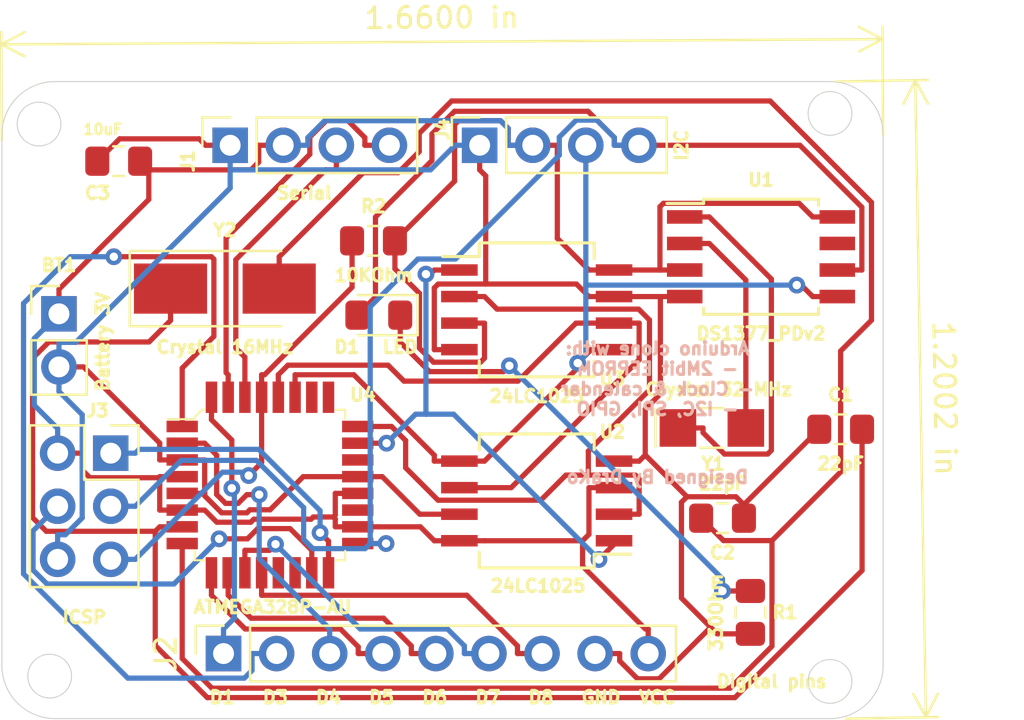
<source format=kicad_pcb>
(kicad_pcb (version 20171130) (host pcbnew "(5.1.5)-3")

  (general
    (thickness 1.6)
    (drawings 17)
    (tracks 407)
    (zones 0)
    (modules 17)
    (nets 32)
  )

  (page A4)
  (title_block
    (title "Arduino Battery Powered clone with extended EEPROM and clock")
    (date 2020-05-16)
    (comment 1 "Designed by DraKo")
  )

  (layers
    (0 F.Cu signal hide)
    (31 B.Cu signal hide)
    (32 B.Adhes user hide)
    (33 F.Adhes user hide)
    (34 B.Paste user hide)
    (35 F.Paste user hide)
    (36 B.SilkS user)
    (37 F.SilkS user)
    (38 B.Mask user hide)
    (39 F.Mask user hide)
    (40 Dwgs.User user hide)
    (41 Cmts.User user hide)
    (42 Eco1.User user hide)
    (43 Eco2.User user hide)
    (44 Edge.Cuts user)
    (45 Margin user hide)
    (46 B.CrtYd user hide)
    (47 F.CrtYd user hide)
    (48 B.Fab user hide)
    (49 F.Fab user)
  )

  (setup
    (last_trace_width 0.2)
    (user_trace_width 0.2)
    (trace_clearance 0.2)
    (zone_clearance 0.508)
    (zone_45_only no)
    (trace_min 0.2)
    (via_size 0.8)
    (via_drill 0.4)
    (via_min_size 0.4)
    (via_min_drill 0.3)
    (user_via 0.4 0.3)
    (uvia_size 0.3)
    (uvia_drill 0.1)
    (uvias_allowed no)
    (uvia_min_size 0.2)
    (uvia_min_drill 0.1)
    (edge_width 0.05)
    (segment_width 0.2)
    (pcb_text_width 0.3)
    (pcb_text_size 1.5 1.5)
    (mod_edge_width 0.12)
    (mod_text_size 1 1)
    (mod_text_width 0.15)
    (pad_size 1.524 1.524)
    (pad_drill 0.762)
    (pad_to_mask_clearance 0.051)
    (solder_mask_min_width 0.25)
    (aux_axis_origin 0 0)
    (visible_elements FFFFFF7F)
    (pcbplotparams
      (layerselection 0x010fc_ffffffff)
      (usegerberextensions false)
      (usegerberattributes false)
      (usegerberadvancedattributes false)
      (creategerberjobfile false)
      (excludeedgelayer true)
      (linewidth 0.100000)
      (plotframeref false)
      (viasonmask false)
      (mode 1)
      (useauxorigin false)
      (hpglpennumber 1)
      (hpglpenspeed 20)
      (hpglpendiameter 15.000000)
      (psnegative false)
      (psa4output false)
      (plotreference true)
      (plotvalue true)
      (plotinvisibletext false)
      (padsonsilk false)
      (subtractmaskfromsilk false)
      (outputformat 1)
      (mirror false)
      (drillshape 1)
      (scaleselection 1)
      (outputdirectory ""))
  )

  (net 0 "")
  (net 1 /Vcc)
  (net 2 GND)
  (net 3 "Net-(C1-Pad2)")
  (net 4 "Net-(C2-Pad2)")
  (net 5 "Net-(D1-Pad1)")
  (net 6 /SCK)
  (net 7 /RX)
  (net 8 /TX)
  (net 9 /D2)
  (net 10 /D3)
  (net 11 /D4)
  (net 12 /D5)
  (net 13 /D6)
  (net 14 /D7)
  (net 15 /D8)
  (net 16 /MISO)
  (net 17 /MOSI)
  (net 18 /RESET)
  (net 19 /SDA)
  (net 20 "Net-(U1-Pad1)")
  (net 21 "Net-(U1-Pad2)")
  (net 22 "Net-(U1-Pad7)")
  (net 23 /ADDS1)
  (net 24 /ADDS2)
  (net 25 /SCL)
  (net 26 "Net-(U4-Pad13)")
  (net 27 "Net-(U4-Pad14)")
  (net 28 "Net-(U4-Pad19)")
  (net 29 "Net-(U4-Pad22)")
  (net 30 "Net-(U4-Pad25)")
  (net 31 "Net-(U4-Pad26)")

  (net_class Default "This is the default net class."
    (clearance 0.2)
    (trace_width 0.25)
    (via_dia 0.8)
    (via_drill 0.4)
    (uvia_dia 0.3)
    (uvia_drill 0.1)
    (add_net /ADDS1)
    (add_net /ADDS2)
    (add_net /D2)
    (add_net /D3)
    (add_net /D4)
    (add_net /D5)
    (add_net /D6)
    (add_net /D7)
    (add_net /D8)
    (add_net /MISO)
    (add_net /MOSI)
    (add_net /RESET)
    (add_net /RX)
    (add_net /SCK)
    (add_net /SCL)
    (add_net /SDA)
    (add_net /TX)
    (add_net /Vcc)
    (add_net GND)
    (add_net "Net-(C1-Pad2)")
    (add_net "Net-(C2-Pad2)")
    (add_net "Net-(D1-Pad1)")
    (add_net "Net-(U1-Pad1)")
    (add_net "Net-(U1-Pad2)")
    (add_net "Net-(U1-Pad7)")
    (add_net "Net-(U4-Pad13)")
    (add_net "Net-(U4-Pad14)")
    (add_net "Net-(U4-Pad19)")
    (add_net "Net-(U4-Pad22)")
    (add_net "Net-(U4-Pad25)")
    (add_net "Net-(U4-Pad26)")
  )

  (module Connector_PinHeader_2.54mm:PinHeader_1x02_P2.54mm_Vertical (layer F.Cu) (tedit 5EBFE886) (tstamp 5EBFA061)
    (at 84.0105 69.5325)
    (descr "Through hole straight pin header, 1x02, 2.54mm pitch, single row")
    (tags "Through hole pin header THT 1x02 2.54mm single row")
    (path /5EB98D6D)
    (fp_text reference BT1 (at 0 -2.33) (layer F.SilkS)
      (effects (font (size 0.6 0.6) (thickness 0.15)))
    )
    (fp_text value "Battery 3V" (at 2.0955 1.3335 90) (layer F.SilkS)
      (effects (font (size 0.6 0.6) (thickness 0.15)))
    )
    (fp_line (start -0.635 -1.27) (end 1.27 -1.27) (layer F.Fab) (width 0.1))
    (fp_line (start 1.27 -1.27) (end 1.27 3.81) (layer F.Fab) (width 0.1))
    (fp_line (start 1.27 3.81) (end -1.27 3.81) (layer F.Fab) (width 0.1))
    (fp_line (start -1.27 3.81) (end -1.27 -0.635) (layer F.Fab) (width 0.1))
    (fp_line (start -1.27 -0.635) (end -0.635 -1.27) (layer F.Fab) (width 0.1))
    (fp_line (start -1.33 3.87) (end 1.33 3.87) (layer F.SilkS) (width 0.12))
    (fp_line (start -1.33 1.27) (end -1.33 3.87) (layer F.SilkS) (width 0.12))
    (fp_line (start 1.33 1.27) (end 1.33 3.87) (layer F.SilkS) (width 0.12))
    (fp_line (start -1.33 1.27) (end 1.33 1.27) (layer F.SilkS) (width 0.12))
    (fp_line (start -1.33 0) (end -1.33 -1.33) (layer F.SilkS) (width 0.12))
    (fp_line (start -1.33 -1.33) (end 0 -1.33) (layer F.SilkS) (width 0.12))
    (fp_line (start -1.8 -1.8) (end -1.8 4.35) (layer F.CrtYd) (width 0.05))
    (fp_line (start -1.8 4.35) (end 1.8 4.35) (layer F.CrtYd) (width 0.05))
    (fp_line (start 1.8 4.35) (end 1.8 -1.8) (layer F.CrtYd) (width 0.05))
    (fp_line (start 1.8 -1.8) (end -1.8 -1.8) (layer F.CrtYd) (width 0.05))
    (fp_text user %R (at 0 1.27 90) (layer F.Fab)
      (effects (font (size 1 1) (thickness 0.15)))
    )
    (pad 1 thru_hole rect (at 0 0) (size 1.7 1.7) (drill 1) (layers *.Cu *.Mask)
      (net 1 /Vcc))
    (pad 2 thru_hole oval (at 0 2.54) (size 1.7 1.7) (drill 1) (layers *.Cu *.Mask)
      (net 2 GND))
    (model ${KISYS3DMOD}/Connector_PinHeader_2.54mm.3dshapes/PinHeader_1x02_P2.54mm_Vertical.wrl
      (at (xyz 0 0 0))
      (scale (xyz 1 1 1))
      (rotate (xyz 0 0 0))
    )
  )

  (module Capacitor_SMD:C_0805_2012Metric_Pad1.15x1.40mm_HandSolder (layer F.Cu) (tedit 5B36C52B) (tstamp 5EBFA072)
    (at 121.412 75.057)
    (descr "Capacitor SMD 0805 (2012 Metric), square (rectangular) end terminal, IPC_7351 nominal with elongated pad for handsoldering. (Body size source: https://docs.google.com/spreadsheets/d/1BsfQQcO9C6DZCsRaXUlFlo91Tg2WpOkGARC1WS5S8t0/edit?usp=sharing), generated with kicad-footprint-generator")
    (tags "capacitor handsolder")
    (path /5EB99BEB)
    (attr smd)
    (fp_text reference C1 (at 0 -1.65) (layer F.SilkS)
      (effects (font (size 0.6 0.6) (thickness 0.15)))
    )
    (fp_text value 22pF (at 0 1.65) (layer F.SilkS)
      (effects (font (size 0.6 0.6) (thickness 0.15)))
    )
    (fp_line (start -1 0.6) (end -1 -0.6) (layer F.Fab) (width 0.1))
    (fp_line (start -1 -0.6) (end 1 -0.6) (layer F.Fab) (width 0.1))
    (fp_line (start 1 -0.6) (end 1 0.6) (layer F.Fab) (width 0.1))
    (fp_line (start 1 0.6) (end -1 0.6) (layer F.Fab) (width 0.1))
    (fp_line (start -0.261252 -0.71) (end 0.261252 -0.71) (layer F.SilkS) (width 0.12))
    (fp_line (start -0.261252 0.71) (end 0.261252 0.71) (layer F.SilkS) (width 0.12))
    (fp_line (start -1.85 0.95) (end -1.85 -0.95) (layer F.CrtYd) (width 0.05))
    (fp_line (start -1.85 -0.95) (end 1.85 -0.95) (layer F.CrtYd) (width 0.05))
    (fp_line (start 1.85 -0.95) (end 1.85 0.95) (layer F.CrtYd) (width 0.05))
    (fp_line (start 1.85 0.95) (end -1.85 0.95) (layer F.CrtYd) (width 0.05))
    (fp_text user %R (at 0 0) (layer F.Fab)
      (effects (font (size 0.5 0.5) (thickness 0.08)))
    )
    (pad 1 smd roundrect (at -1.025 0) (size 1.15 1.4) (layers F.Cu F.Paste F.Mask) (roundrect_rratio 0.217391)
      (net 2 GND))
    (pad 2 smd roundrect (at 1.025 0) (size 1.15 1.4) (layers F.Cu F.Paste F.Mask) (roundrect_rratio 0.217391)
      (net 3 "Net-(C1-Pad2)"))
    (model ${KISYS3DMOD}/Capacitor_SMD.3dshapes/C_0805_2012Metric.wrl
      (at (xyz 0 0 0))
      (scale (xyz 1 1 1))
      (rotate (xyz 0 0 0))
    )
  )

  (module Capacitor_SMD:C_0805_2012Metric_Pad1.15x1.40mm_HandSolder (layer F.Cu) (tedit 5B36C52B) (tstamp 5EBFA083)
    (at 115.76 79.3115 180)
    (descr "Capacitor SMD 0805 (2012 Metric), square (rectangular) end terminal, IPC_7351 nominal with elongated pad for handsoldering. (Body size source: https://docs.google.com/spreadsheets/d/1BsfQQcO9C6DZCsRaXUlFlo91Tg2WpOkGARC1WS5S8t0/edit?usp=sharing), generated with kicad-footprint-generator")
    (tags "capacitor handsolder")
    (path /5EB9A100)
    (attr smd)
    (fp_text reference C2 (at 0 -1.65 180) (layer F.SilkS)
      (effects (font (size 0.6 0.6) (thickness 0.15)))
    )
    (fp_text value 22pF (at 0 1.65 180) (layer F.SilkS)
      (effects (font (size 0.6 0.6) (thickness 0.15)))
    )
    (fp_text user %R (at 0 0 180) (layer F.Fab)
      (effects (font (size 0.5 0.5) (thickness 0.08)))
    )
    (fp_line (start 1.85 0.95) (end -1.85 0.95) (layer F.CrtYd) (width 0.05))
    (fp_line (start 1.85 -0.95) (end 1.85 0.95) (layer F.CrtYd) (width 0.05))
    (fp_line (start -1.85 -0.95) (end 1.85 -0.95) (layer F.CrtYd) (width 0.05))
    (fp_line (start -1.85 0.95) (end -1.85 -0.95) (layer F.CrtYd) (width 0.05))
    (fp_line (start -0.261252 0.71) (end 0.261252 0.71) (layer F.SilkS) (width 0.12))
    (fp_line (start -0.261252 -0.71) (end 0.261252 -0.71) (layer F.SilkS) (width 0.12))
    (fp_line (start 1 0.6) (end -1 0.6) (layer F.Fab) (width 0.1))
    (fp_line (start 1 -0.6) (end 1 0.6) (layer F.Fab) (width 0.1))
    (fp_line (start -1 -0.6) (end 1 -0.6) (layer F.Fab) (width 0.1))
    (fp_line (start -1 0.6) (end -1 -0.6) (layer F.Fab) (width 0.1))
    (pad 2 smd roundrect (at 1.025 0 180) (size 1.15 1.4) (layers F.Cu F.Paste F.Mask) (roundrect_rratio 0.217391)
      (net 4 "Net-(C2-Pad2)"))
    (pad 1 smd roundrect (at -1.025 0 180) (size 1.15 1.4) (layers F.Cu F.Paste F.Mask) (roundrect_rratio 0.217391)
      (net 2 GND))
    (model ${KISYS3DMOD}/Capacitor_SMD.3dshapes/C_0805_2012Metric.wrl
      (at (xyz 0 0 0))
      (scale (xyz 1 1 1))
      (rotate (xyz 0 0 0))
    )
  )

  (module Capacitor_SMD:C_0805_2012Metric_Pad1.15x1.40mm_HandSolder (layer F.Cu) (tedit 5EBFE89B) (tstamp 5EBFA094)
    (at 86.868 62.23 180)
    (descr "Capacitor SMD 0805 (2012 Metric), square (rectangular) end terminal, IPC_7351 nominal with elongated pad for handsoldering. (Body size source: https://docs.google.com/spreadsheets/d/1BsfQQcO9C6DZCsRaXUlFlo91Tg2WpOkGARC1WS5S8t0/edit?usp=sharing), generated with kicad-footprint-generator")
    (tags "capacitor handsolder")
    (path /5EB9A5DB)
    (attr smd)
    (fp_text reference C3 (at 1.016 -1.524 180) (layer F.SilkS)
      (effects (font (size 0.6 0.6) (thickness 0.15)))
    )
    (fp_text value 10uF (at 0.762 1.524 180) (layer F.SilkS)
      (effects (font (size 0.5 0.5) (thickness 0.125)))
    )
    (fp_line (start -1 0.6) (end -1 -0.6) (layer F.Fab) (width 0.1))
    (fp_line (start -1 -0.6) (end 1 -0.6) (layer F.Fab) (width 0.1))
    (fp_line (start 1 -0.6) (end 1 0.6) (layer F.Fab) (width 0.1))
    (fp_line (start 1 0.6) (end -1 0.6) (layer F.Fab) (width 0.1))
    (fp_line (start -0.261252 -0.71) (end 0.261252 -0.71) (layer F.SilkS) (width 0.12))
    (fp_line (start -0.261252 0.71) (end 0.261252 0.71) (layer F.SilkS) (width 0.12))
    (fp_line (start -1.85 0.95) (end -1.85 -0.95) (layer F.CrtYd) (width 0.05))
    (fp_line (start -1.85 -0.95) (end 1.85 -0.95) (layer F.CrtYd) (width 0.05))
    (fp_line (start 1.85 -0.95) (end 1.85 0.95) (layer F.CrtYd) (width 0.05))
    (fp_line (start 1.85 0.95) (end -1.85 0.95) (layer F.CrtYd) (width 0.05))
    (fp_text user %R (at 0 0 180) (layer F.Fab)
      (effects (font (size 0.5 0.5) (thickness 0.08)))
    )
    (pad 1 smd roundrect (at -1.025 0 180) (size 1.15 1.4) (layers F.Cu F.Paste F.Mask) (roundrect_rratio 0.217391)
      (net 1 /Vcc))
    (pad 2 smd roundrect (at 1.025 0 180) (size 1.15 1.4) (layers F.Cu F.Paste F.Mask) (roundrect_rratio 0.217391)
      (net 2 GND))
    (model ${KISYS3DMOD}/Capacitor_SMD.3dshapes/C_0805_2012Metric.wrl
      (at (xyz 0 0 0))
      (scale (xyz 1 1 1))
      (rotate (xyz 0 0 0))
    )
  )

  (module LED_SMD:LED_0805_2012Metric_Pad1.15x1.40mm_HandSolder (layer F.Cu) (tedit 5EBFE811) (tstamp 5EBFA0A7)
    (at 99.314 69.596 180)
    (descr "LED SMD 0805 (2012 Metric), square (rectangular) end terminal, IPC_7351 nominal, (Body size source: https://docs.google.com/spreadsheets/d/1BsfQQcO9C6DZCsRaXUlFlo91Tg2WpOkGARC1WS5S8t0/edit?usp=sharing), generated with kicad-footprint-generator")
    (tags "LED handsolder")
    (path /5EB9ACC0)
    (attr smd)
    (fp_text reference D1 (at 1.524 -1.524 180) (layer F.SilkS)
      (effects (font (size 0.6 0.6) (thickness 0.15)))
    )
    (fp_text value LED (at -1.016 -1.524 180) (layer F.SilkS)
      (effects (font (size 0.6 0.6) (thickness 0.15)))
    )
    (fp_line (start 1 -0.6) (end -0.7 -0.6) (layer F.Fab) (width 0.1))
    (fp_line (start -0.7 -0.6) (end -1 -0.3) (layer F.Fab) (width 0.1))
    (fp_line (start -1 -0.3) (end -1 0.6) (layer F.Fab) (width 0.1))
    (fp_line (start -1 0.6) (end 1 0.6) (layer F.Fab) (width 0.1))
    (fp_line (start 1 0.6) (end 1 -0.6) (layer F.Fab) (width 0.1))
    (fp_line (start 1 -0.96) (end -1.86 -0.96) (layer F.SilkS) (width 0.12))
    (fp_line (start -1.86 -0.96) (end -1.86 0.96) (layer F.SilkS) (width 0.12))
    (fp_line (start -1.86 0.96) (end 1 0.96) (layer F.SilkS) (width 0.12))
    (fp_line (start -1.85 0.95) (end -1.85 -0.95) (layer F.CrtYd) (width 0.05))
    (fp_line (start -1.85 -0.95) (end 1.85 -0.95) (layer F.CrtYd) (width 0.05))
    (fp_line (start 1.85 -0.95) (end 1.85 0.95) (layer F.CrtYd) (width 0.05))
    (fp_line (start 1.85 0.95) (end -1.85 0.95) (layer F.CrtYd) (width 0.05))
    (fp_text user %R (at 0 0 180) (layer F.Fab)
      (effects (font (size 0.5 0.5) (thickness 0.08)))
    )
    (pad 1 smd roundrect (at -1.025 0 180) (size 1.15 1.4) (layers F.Cu F.Paste F.Mask) (roundrect_rratio 0.217391)
      (net 5 "Net-(D1-Pad1)"))
    (pad 2 smd roundrect (at 1.025 0 180) (size 1.15 1.4) (layers F.Cu F.Paste F.Mask) (roundrect_rratio 0.217391)
      (net 6 /SCK))
    (model ${KISYS3DMOD}/LED_SMD.3dshapes/LED_0805_2012Metric.wrl
      (at (xyz 0 0 0))
      (scale (xyz 1 1 1))
      (rotate (xyz 0 0 0))
    )
  )

  (module Connector_PinSocket_2.54mm:PinSocket_1x04_P2.54mm_Vertical (layer F.Cu) (tedit 5EBFE8C7) (tstamp 5EBFA0BF)
    (at 92.202 61.468 90)
    (descr "Through hole straight socket strip, 1x04, 2.54mm pitch, single row (from Kicad 4.0.7), script generated")
    (tags "Through hole socket strip THT 1x04 2.54mm single row")
    (path /5EB9D4E8/5EBA0649)
    (fp_text reference J1 (at -0.762 -2.032 90) (layer F.SilkS)
      (effects (font (size 0.6 0.6) (thickness 0.15)))
    )
    (fp_text value Serial (at -2.286 3.556 180) (layer F.SilkS)
      (effects (font (size 0.6 0.6) (thickness 0.15)))
    )
    (fp_line (start -1.27 -1.27) (end 0.635 -1.27) (layer F.Fab) (width 0.1))
    (fp_line (start 0.635 -1.27) (end 1.27 -0.635) (layer F.Fab) (width 0.1))
    (fp_line (start 1.27 -0.635) (end 1.27 8.89) (layer F.Fab) (width 0.1))
    (fp_line (start 1.27 8.89) (end -1.27 8.89) (layer F.Fab) (width 0.1))
    (fp_line (start -1.27 8.89) (end -1.27 -1.27) (layer F.Fab) (width 0.1))
    (fp_line (start -1.33 1.27) (end 1.33 1.27) (layer F.SilkS) (width 0.12))
    (fp_line (start -1.33 1.27) (end -1.33 8.95) (layer F.SilkS) (width 0.12))
    (fp_line (start -1.33 8.95) (end 1.33 8.95) (layer F.SilkS) (width 0.12))
    (fp_line (start 1.33 1.27) (end 1.33 8.95) (layer F.SilkS) (width 0.12))
    (fp_line (start 1.33 -1.33) (end 1.33 0) (layer F.SilkS) (width 0.12))
    (fp_line (start 0 -1.33) (end 1.33 -1.33) (layer F.SilkS) (width 0.12))
    (fp_line (start -1.8 -1.8) (end 1.75 -1.8) (layer F.CrtYd) (width 0.05))
    (fp_line (start 1.75 -1.8) (end 1.75 9.4) (layer F.CrtYd) (width 0.05))
    (fp_line (start 1.75 9.4) (end -1.8 9.4) (layer F.CrtYd) (width 0.05))
    (fp_line (start -1.8 9.4) (end -1.8 -1.8) (layer F.CrtYd) (width 0.05))
    (fp_text user %R (at 0 3.81 180) (layer F.Fab)
      (effects (font (size 1 1) (thickness 0.15)))
    )
    (pad 1 thru_hole rect (at 0 0 90) (size 1.7 1.7) (drill 1) (layers *.Cu *.Mask)
      (net 2 GND))
    (pad 2 thru_hole oval (at 0 2.54 90) (size 1.7 1.7) (drill 1) (layers *.Cu *.Mask)
      (net 1 /Vcc))
    (pad 3 thru_hole oval (at 0 5.08 90) (size 1.7 1.7) (drill 1) (layers *.Cu *.Mask)
      (net 7 /RX))
    (pad 4 thru_hole oval (at 0 7.62 90) (size 1.7 1.7) (drill 1) (layers *.Cu *.Mask)
      (net 8 /TX))
    (model ${KISYS3DMOD}/Connector_PinSocket_2.54mm.3dshapes/PinSocket_1x04_P2.54mm_Vertical.wrl
      (at (xyz 0 0 0))
      (scale (xyz 1 1 1))
      (rotate (xyz 0 0 0))
    )
  )

  (module Connector_PinSocket_2.54mm:PinSocket_1x09_P2.54mm_Vertical (layer F.Cu) (tedit 5EBFEC83) (tstamp 5EBFA0DC)
    (at 91.8845 85.7885 90)
    (descr "Through hole straight socket strip, 1x09, 2.54mm pitch, single row (from Kicad 4.0.7), script generated")
    (tags "Through hole socket strip THT 1x09 2.54mm single row")
    (path /5EB9D4E8/5EB9F029)
    (fp_text reference J2 (at 0 -2.77 90) (layer F.SilkS)
      (effects (font (size 1 1) (thickness 0.15)))
    )
    (fp_text value "Digital pins" (at -1.3335 26.2255 180) (layer F.SilkS)
      (effects (font (size 0.6 0.6) (thickness 0.15)))
    )
    (fp_line (start -1.27 -1.27) (end 0.635 -1.27) (layer F.Fab) (width 0.1))
    (fp_line (start 0.635 -1.27) (end 1.27 -0.635) (layer F.Fab) (width 0.1))
    (fp_line (start 1.27 -0.635) (end 1.27 21.59) (layer F.Fab) (width 0.1))
    (fp_line (start 1.27 21.59) (end -1.27 21.59) (layer F.Fab) (width 0.1))
    (fp_line (start -1.27 21.59) (end -1.27 -1.27) (layer F.Fab) (width 0.1))
    (fp_line (start -1.33 1.27) (end 1.33 1.27) (layer F.SilkS) (width 0.12))
    (fp_line (start -1.33 1.27) (end -1.33 21.65) (layer F.SilkS) (width 0.12))
    (fp_line (start -1.33 21.65) (end 1.33 21.65) (layer F.SilkS) (width 0.12))
    (fp_line (start 1.33 1.27) (end 1.33 21.65) (layer F.SilkS) (width 0.12))
    (fp_line (start 1.33 -1.33) (end 1.33 0) (layer F.SilkS) (width 0.12))
    (fp_line (start 0 -1.33) (end 1.33 -1.33) (layer F.SilkS) (width 0.12))
    (fp_line (start -1.8 -1.8) (end 1.75 -1.8) (layer F.CrtYd) (width 0.05))
    (fp_line (start 1.75 -1.8) (end 1.75 22.1) (layer F.CrtYd) (width 0.05))
    (fp_line (start 1.75 22.1) (end -1.8 22.1) (layer F.CrtYd) (width 0.05))
    (fp_line (start -1.8 22.1) (end -1.8 -1.8) (layer F.CrtYd) (width 0.05))
    (fp_text user %R (at 0 10.16 180) (layer F.Fab)
      (effects (font (size 1 1) (thickness 0.15)))
    )
    (pad 1 thru_hole rect (at 0 0 90) (size 1.7 1.7) (drill 1) (layers *.Cu *.Mask)
      (net 9 /D2))
    (pad 2 thru_hole oval (at 0 2.54 90) (size 1.7 1.7) (drill 1) (layers *.Cu *.Mask)
      (net 10 /D3))
    (pad 3 thru_hole oval (at 0 5.08 90) (size 1.7 1.7) (drill 1) (layers *.Cu *.Mask)
      (net 11 /D4))
    (pad 4 thru_hole oval (at 0 7.62 90) (size 1.7 1.7) (drill 1) (layers *.Cu *.Mask)
      (net 12 /D5))
    (pad 5 thru_hole oval (at 0 10.16 90) (size 1.7 1.7) (drill 1) (layers *.Cu *.Mask)
      (net 13 /D6))
    (pad 6 thru_hole oval (at 0 12.7 90) (size 1.7 1.7) (drill 1) (layers *.Cu *.Mask)
      (net 14 /D7))
    (pad 7 thru_hole oval (at 0 15.24 90) (size 1.7 1.7) (drill 1) (layers *.Cu *.Mask)
      (net 15 /D8))
    (pad 8 thru_hole oval (at 0 17.78 90) (size 1.7 1.7) (drill 1) (layers *.Cu *.Mask)
      (net 2 GND))
    (pad 9 thru_hole oval (at 0 20.32 90) (size 1.7 1.7) (drill 1) (layers *.Cu *.Mask)
      (net 1 /Vcc))
    (model ${KISYS3DMOD}/Connector_PinSocket_2.54mm.3dshapes/PinSocket_1x09_P2.54mm_Vertical.wrl
      (at (xyz 0 0 0))
      (scale (xyz 1 1 1))
      (rotate (xyz 0 0 0))
    )
  )

  (module Connector_PinSocket_2.54mm:PinSocket_2x03_P2.54mm_Vertical (layer F.Cu) (tedit 5EBFE88B) (tstamp 5EBFA0F8)
    (at 86.487 76.2)
    (descr "Through hole straight socket strip, 2x03, 2.54mm pitch, double cols (from Kicad 4.0.7), script generated")
    (tags "Through hole socket strip THT 2x03 2.54mm double row")
    (path /5EB9D4E8/5EB9E239)
    (fp_text reference J3 (at -0.635 -2.032) (layer F.SilkS)
      (effects (font (size 0.6 0.6) (thickness 0.15)))
    )
    (fp_text value ICSP (at -1.27 7.85) (layer F.SilkS)
      (effects (font (size 0.6 0.6) (thickness 0.15)))
    )
    (fp_line (start -3.81 -1.27) (end 0.27 -1.27) (layer F.Fab) (width 0.1))
    (fp_line (start 0.27 -1.27) (end 1.27 -0.27) (layer F.Fab) (width 0.1))
    (fp_line (start 1.27 -0.27) (end 1.27 6.35) (layer F.Fab) (width 0.1))
    (fp_line (start 1.27 6.35) (end -3.81 6.35) (layer F.Fab) (width 0.1))
    (fp_line (start -3.81 6.35) (end -3.81 -1.27) (layer F.Fab) (width 0.1))
    (fp_line (start -3.87 -1.33) (end -1.27 -1.33) (layer F.SilkS) (width 0.12))
    (fp_line (start -3.87 -1.33) (end -3.87 6.41) (layer F.SilkS) (width 0.12))
    (fp_line (start -3.87 6.41) (end 1.33 6.41) (layer F.SilkS) (width 0.12))
    (fp_line (start 1.33 1.27) (end 1.33 6.41) (layer F.SilkS) (width 0.12))
    (fp_line (start -1.27 1.27) (end 1.33 1.27) (layer F.SilkS) (width 0.12))
    (fp_line (start -1.27 -1.33) (end -1.27 1.27) (layer F.SilkS) (width 0.12))
    (fp_line (start 1.33 -1.33) (end 1.33 0) (layer F.SilkS) (width 0.12))
    (fp_line (start 0 -1.33) (end 1.33 -1.33) (layer F.SilkS) (width 0.12))
    (fp_line (start -4.34 -1.8) (end 1.76 -1.8) (layer F.CrtYd) (width 0.05))
    (fp_line (start 1.76 -1.8) (end 1.76 6.85) (layer F.CrtYd) (width 0.05))
    (fp_line (start 1.76 6.85) (end -4.34 6.85) (layer F.CrtYd) (width 0.05))
    (fp_line (start -4.34 6.85) (end -4.34 -1.8) (layer F.CrtYd) (width 0.05))
    (fp_text user %R (at -1.27 2.54 90) (layer F.Fab)
      (effects (font (size 1 1) (thickness 0.15)))
    )
    (pad 1 thru_hole rect (at 0 0) (size 1.7 1.7) (drill 1) (layers *.Cu *.Mask)
      (net 16 /MISO))
    (pad 2 thru_hole oval (at -2.54 0) (size 1.7 1.7) (drill 1) (layers *.Cu *.Mask)
      (net 1 /Vcc))
    (pad 3 thru_hole oval (at 0 2.54) (size 1.7 1.7) (drill 1) (layers *.Cu *.Mask)
      (net 6 /SCK))
    (pad 4 thru_hole oval (at -2.54 2.54) (size 1.7 1.7) (drill 1) (layers *.Cu *.Mask)
      (net 17 /MOSI))
    (pad 5 thru_hole oval (at 0 5.08) (size 1.7 1.7) (drill 1) (layers *.Cu *.Mask)
      (net 18 /RESET))
    (pad 6 thru_hole oval (at -2.54 5.08) (size 1.7 1.7) (drill 1) (layers *.Cu *.Mask)
      (net 2 GND))
    (model ${KISYS3DMOD}/Connector_PinSocket_2.54mm.3dshapes/PinSocket_2x03_P2.54mm_Vertical.wrl
      (at (xyz 0 0 0))
      (scale (xyz 1 1 1))
      (rotate (xyz 0 0 0))
    )
  )

  (module Connector_PinSocket_2.54mm:PinSocket_1x04_P2.54mm_Vertical (layer F.Cu) (tedit 5EBFE9F4) (tstamp 5EBFA110)
    (at 104.14 61.468 90)
    (descr "Through hole straight socket strip, 1x04, 2.54mm pitch, single row (from Kicad 4.0.7), script generated")
    (tags "Through hole socket strip THT 1x04 2.54mm single row")
    (path /5EB9D4E8/5EB9DAD0)
    (fp_text reference J4 (at 0.762 -1.778 270) (layer F.SilkS)
      (effects (font (size 0.6 0.6) (thickness 0.15)))
    )
    (fp_text value I2C (at 0 9.652 90) (layer F.SilkS)
      (effects (font (size 0.6 0.6) (thickness 0.15)))
    )
    (fp_text user %R (at 0 3.81 180) (layer F.Fab)
      (effects (font (size 1 1) (thickness 0.15)))
    )
    (fp_line (start -1.8 9.4) (end -1.8 -1.8) (layer F.CrtYd) (width 0.05))
    (fp_line (start 1.75 9.4) (end -1.8 9.4) (layer F.CrtYd) (width 0.05))
    (fp_line (start 1.75 -1.8) (end 1.75 9.4) (layer F.CrtYd) (width 0.05))
    (fp_line (start -1.8 -1.8) (end 1.75 -1.8) (layer F.CrtYd) (width 0.05))
    (fp_line (start 0 -1.33) (end 1.33 -1.33) (layer F.SilkS) (width 0.12))
    (fp_line (start 1.33 -1.33) (end 1.33 0) (layer F.SilkS) (width 0.12))
    (fp_line (start 1.33 1.27) (end 1.33 8.95) (layer F.SilkS) (width 0.12))
    (fp_line (start -1.33 8.95) (end 1.33 8.95) (layer F.SilkS) (width 0.12))
    (fp_line (start -1.33 1.27) (end -1.33 8.95) (layer F.SilkS) (width 0.12))
    (fp_line (start -1.33 1.27) (end 1.33 1.27) (layer F.SilkS) (width 0.12))
    (fp_line (start -1.27 8.89) (end -1.27 -1.27) (layer F.Fab) (width 0.1))
    (fp_line (start 1.27 8.89) (end -1.27 8.89) (layer F.Fab) (width 0.1))
    (fp_line (start 1.27 -0.635) (end 1.27 8.89) (layer F.Fab) (width 0.1))
    (fp_line (start 0.635 -1.27) (end 1.27 -0.635) (layer F.Fab) (width 0.1))
    (fp_line (start -1.27 -1.27) (end 0.635 -1.27) (layer F.Fab) (width 0.1))
    (pad 4 thru_hole oval (at 0 7.62 90) (size 1.7 1.7) (drill 1) (layers *.Cu *.Mask)
      (net 6 /SCK))
    (pad 3 thru_hole oval (at 0 5.08 90) (size 1.7 1.7) (drill 1) (layers *.Cu *.Mask)
      (net 19 /SDA))
    (pad 2 thru_hole oval (at 0 2.54 90) (size 1.7 1.7) (drill 1) (layers *.Cu *.Mask)
      (net 1 /Vcc))
    (pad 1 thru_hole rect (at 0 0 90) (size 1.7 1.7) (drill 1) (layers *.Cu *.Mask)
      (net 2 GND))
    (model ${KISYS3DMOD}/Connector_PinSocket_2.54mm.3dshapes/PinSocket_1x04_P2.54mm_Vertical.wrl
      (at (xyz 0 0 0))
      (scale (xyz 1 1 1))
      (rotate (xyz 0 0 0))
    )
  )

  (module Resistor_SMD:R_0805_2012Metric_Pad1.15x1.40mm_HandSolder (layer F.Cu) (tedit 5EBFCD34) (tstamp 5EBFA121)
    (at 117.094 83.82 270)
    (descr "Resistor SMD 0805 (2012 Metric), square (rectangular) end terminal, IPC_7351 nominal with elongated pad for handsoldering. (Body size source: https://docs.google.com/spreadsheets/d/1BsfQQcO9C6DZCsRaXUlFlo91Tg2WpOkGARC1WS5S8t0/edit?usp=sharing), generated with kicad-footprint-generator")
    (tags "resistor handsolder")
    (path /5EB9B64C)
    (attr smd)
    (fp_text reference R1 (at 0 -1.65) (layer F.SilkS)
      (effects (font (size 0.6 0.6) (thickness 0.15)))
    )
    (fp_text value 330Ohm (at 0 1.65 270) (layer F.SilkS)
      (effects (font (size 0.6 0.6) (thickness 0.15)))
    )
    (fp_line (start -1 0.6) (end -1 -0.6) (layer F.Fab) (width 0.1))
    (fp_line (start -1 -0.6) (end 1 -0.6) (layer F.Fab) (width 0.1))
    (fp_line (start 1 -0.6) (end 1 0.6) (layer F.Fab) (width 0.1))
    (fp_line (start 1 0.6) (end -1 0.6) (layer F.Fab) (width 0.1))
    (fp_line (start -0.261252 -0.71) (end 0.261252 -0.71) (layer F.SilkS) (width 0.12))
    (fp_line (start -0.261252 0.71) (end 0.261252 0.71) (layer F.SilkS) (width 0.12))
    (fp_line (start -1.85 0.95) (end -1.85 -0.95) (layer F.CrtYd) (width 0.05))
    (fp_line (start -1.85 -0.95) (end 1.85 -0.95) (layer F.CrtYd) (width 0.05))
    (fp_line (start 1.85 -0.95) (end 1.85 0.95) (layer F.CrtYd) (width 0.05))
    (fp_line (start 1.85 0.95) (end -1.85 0.95) (layer F.CrtYd) (width 0.05))
    (fp_text user %R (at 0 0 270) (layer F.Fab)
      (effects (font (size 0.5 0.5) (thickness 0.08)))
    )
    (pad 1 smd roundrect (at -1.025 0 270) (size 1.15 1.4) (layers F.Cu F.Paste F.Mask) (roundrect_rratio 0.217391)
      (net 5 "Net-(D1-Pad1)"))
    (pad 2 smd roundrect (at 1.025 0 270) (size 1.15 1.4) (layers F.Cu F.Paste F.Mask) (roundrect_rratio 0.217391)
      (net 2 GND))
    (model ${KISYS3DMOD}/Resistor_SMD.3dshapes/R_0805_2012Metric.wrl
      (at (xyz 0 0 0))
      (scale (xyz 1 1 1))
      (rotate (xyz 0 0 0))
    )
  )

  (module Resistor_SMD:R_0805_2012Metric_Pad1.15x1.40mm_HandSolder (layer F.Cu) (tedit 5B36C52B) (tstamp 5EBFA132)
    (at 99.06 66.04)
    (descr "Resistor SMD 0805 (2012 Metric), square (rectangular) end terminal, IPC_7351 nominal with elongated pad for handsoldering. (Body size source: https://docs.google.com/spreadsheets/d/1BsfQQcO9C6DZCsRaXUlFlo91Tg2WpOkGARC1WS5S8t0/edit?usp=sharing), generated with kicad-footprint-generator")
    (tags "resistor handsolder")
    (path /5EB9BAF9)
    (attr smd)
    (fp_text reference R2 (at 0 -1.65) (layer F.SilkS)
      (effects (font (size 0.6 0.6) (thickness 0.15)))
    )
    (fp_text value 10KOhm (at 0 1.65) (layer F.SilkS)
      (effects (font (size 0.6 0.6) (thickness 0.15)))
    )
    (fp_text user %R (at 0 0) (layer F.Fab)
      (effects (font (size 0.5 0.5) (thickness 0.08)))
    )
    (fp_line (start 1.85 0.95) (end -1.85 0.95) (layer F.CrtYd) (width 0.05))
    (fp_line (start 1.85 -0.95) (end 1.85 0.95) (layer F.CrtYd) (width 0.05))
    (fp_line (start -1.85 -0.95) (end 1.85 -0.95) (layer F.CrtYd) (width 0.05))
    (fp_line (start -1.85 0.95) (end -1.85 -0.95) (layer F.CrtYd) (width 0.05))
    (fp_line (start -0.261252 0.71) (end 0.261252 0.71) (layer F.SilkS) (width 0.12))
    (fp_line (start -0.261252 -0.71) (end 0.261252 -0.71) (layer F.SilkS) (width 0.12))
    (fp_line (start 1 0.6) (end -1 0.6) (layer F.Fab) (width 0.1))
    (fp_line (start 1 -0.6) (end 1 0.6) (layer F.Fab) (width 0.1))
    (fp_line (start -1 -0.6) (end 1 -0.6) (layer F.Fab) (width 0.1))
    (fp_line (start -1 0.6) (end -1 -0.6) (layer F.Fab) (width 0.1))
    (pad 2 smd roundrect (at 1.025 0) (size 1.15 1.4) (layers F.Cu F.Paste F.Mask) (roundrect_rratio 0.217391)
      (net 1 /Vcc))
    (pad 1 smd roundrect (at -1.025 0) (size 1.15 1.4) (layers F.Cu F.Paste F.Mask) (roundrect_rratio 0.217391)
      (net 18 /RESET))
    (model ${KISYS3DMOD}/Resistor_SMD.3dshapes/R_0805_2012Metric.wrl
      (at (xyz 0 0 0))
      (scale (xyz 1 1 1))
      (rotate (xyz 0 0 0))
    )
  )

  (module Package_SO:SOIJ-8_5.3x5.3mm_P1.27mm (layer F.Cu) (tedit 5A02F2D3) (tstamp 5EBFA14F)
    (at 117.602 66.802)
    (descr "8-Lead Plastic Small Outline (SM) - Medium, 5.28 mm Body [SOIC] (see Microchip Packaging Specification 00000049BS.pdf)")
    (tags "SOIC 1.27")
    (path /5EBBDC18)
    (attr smd)
    (fp_text reference U1 (at 0 -3.68) (layer F.SilkS)
      (effects (font (size 0.6 0.6) (thickness 0.15)))
    )
    (fp_text value DS1377_PDv2 (at 0 3.68) (layer F.SilkS)
      (effects (font (size 0.6 0.6) (thickness 0.15)))
    )
    (fp_text user %R (at 0 0) (layer F.Fab)
      (effects (font (size 1 1) (thickness 0.15)))
    )
    (fp_line (start -1.65 -2.65) (end 2.65 -2.65) (layer F.Fab) (width 0.15))
    (fp_line (start 2.65 -2.65) (end 2.65 2.65) (layer F.Fab) (width 0.15))
    (fp_line (start 2.65 2.65) (end -2.65 2.65) (layer F.Fab) (width 0.15))
    (fp_line (start -2.65 2.65) (end -2.65 -1.65) (layer F.Fab) (width 0.15))
    (fp_line (start -2.65 -1.65) (end -1.65 -2.65) (layer F.Fab) (width 0.15))
    (fp_line (start -4.75 -2.95) (end -4.75 2.95) (layer F.CrtYd) (width 0.05))
    (fp_line (start 4.75 -2.95) (end 4.75 2.95) (layer F.CrtYd) (width 0.05))
    (fp_line (start -4.75 -2.95) (end 4.75 -2.95) (layer F.CrtYd) (width 0.05))
    (fp_line (start -4.75 2.95) (end 4.75 2.95) (layer F.CrtYd) (width 0.05))
    (fp_line (start -2.75 -2.755) (end -2.75 -2.55) (layer F.SilkS) (width 0.15))
    (fp_line (start 2.75 -2.755) (end 2.75 -2.455) (layer F.SilkS) (width 0.15))
    (fp_line (start 2.75 2.755) (end 2.75 2.455) (layer F.SilkS) (width 0.15))
    (fp_line (start -2.75 2.755) (end -2.75 2.455) (layer F.SilkS) (width 0.15))
    (fp_line (start -2.75 -2.755) (end 2.75 -2.755) (layer F.SilkS) (width 0.15))
    (fp_line (start -2.75 2.755) (end 2.75 2.755) (layer F.SilkS) (width 0.15))
    (fp_line (start -2.75 -2.55) (end -4.5 -2.55) (layer F.SilkS) (width 0.15))
    (pad 1 smd rect (at -3.65 -1.905) (size 1.7 0.65) (layers F.Cu F.Paste F.Mask)
      (net 20 "Net-(U1-Pad1)"))
    (pad 2 smd rect (at -3.65 -0.635) (size 1.7 0.65) (layers F.Cu F.Paste F.Mask)
      (net 21 "Net-(U1-Pad2)"))
    (pad 3 smd rect (at -3.65 0.635) (size 1.7 0.65) (layers F.Cu F.Paste F.Mask)
      (net 1 /Vcc))
    (pad 4 smd rect (at -3.65 1.905) (size 1.7 0.65) (layers F.Cu F.Paste F.Mask)
      (net 2 GND))
    (pad 5 smd rect (at 3.65 1.905) (size 1.7 0.65) (layers F.Cu F.Paste F.Mask)
      (net 19 /SDA))
    (pad 6 smd rect (at 3.65 0.635) (size 1.7 0.65) (layers F.Cu F.Paste F.Mask)
      (net 6 /SCK))
    (pad 7 smd rect (at 3.65 -0.635) (size 1.7 0.65) (layers F.Cu F.Paste F.Mask)
      (net 22 "Net-(U1-Pad7)"))
    (pad 8 smd rect (at 3.65 -1.905) (size 1.7 0.65) (layers F.Cu F.Paste F.Mask)
      (net 1 /Vcc))
    (model ${KISYS3DMOD}/Package_SO.3dshapes/SOIJ-8_5.3x5.3mm_P1.27mm.wrl
      (at (xyz 0 0 0))
      (scale (xyz 1 1 1))
      (rotate (xyz 0 0 0))
    )
  )

  (module Package_SO:SO-8_5.3x6.2mm_P1.27mm (layer F.Cu) (tedit 5EBFE7B9) (tstamp 5EBFA16C)
    (at 106.87 78.486 180)
    (descr "8-Lead Plastic Small Outline, 5.3x6.2mm Body (http://www.ti.com.cn/cn/lit/ds/symlink/tl7705a.pdf)")
    (tags "SOIC 1.27")
    (path /5EB9C338)
    (attr smd)
    (fp_text reference U2 (at -3.62 3.302 180) (layer F.SilkS)
      (effects (font (size 0.6 0.6) (thickness 0.15)))
    )
    (fp_text value 24LC1025 (at -0.064 -4.064 180) (layer F.SilkS)
      (effects (font (size 0.6 0.6) (thickness 0.15)))
    )
    (fp_text user %R (at 0 0 180) (layer F.Fab)
      (effects (font (size 1 1) (thickness 0.15)))
    )
    (fp_line (start -1.65 -3.1) (end 2.65 -3.1) (layer F.Fab) (width 0.15))
    (fp_line (start 2.65 -3.1) (end 2.65 3.1) (layer F.Fab) (width 0.15))
    (fp_line (start 2.65 3.1) (end -2.65 3.1) (layer F.Fab) (width 0.15))
    (fp_line (start -2.65 3.1) (end -2.65 -2.1) (layer F.Fab) (width 0.15))
    (fp_line (start -2.65 -2.1) (end -1.65 -3.1) (layer F.Fab) (width 0.15))
    (fp_line (start -4.83 -3.35) (end -4.83 3.35) (layer F.CrtYd) (width 0.05))
    (fp_line (start 4.83 -3.35) (end 4.83 3.35) (layer F.CrtYd) (width 0.05))
    (fp_line (start -4.83 -3.35) (end 4.83 -3.35) (layer F.CrtYd) (width 0.05))
    (fp_line (start -4.83 3.35) (end 4.83 3.35) (layer F.CrtYd) (width 0.05))
    (fp_line (start -2.75 -3.205) (end -2.75 -2.55) (layer F.SilkS) (width 0.15))
    (fp_line (start 2.75 -3.205) (end 2.75 -2.455) (layer F.SilkS) (width 0.15))
    (fp_line (start 2.75 3.205) (end 2.75 2.455) (layer F.SilkS) (width 0.15))
    (fp_line (start -2.75 3.205) (end -2.75 2.455) (layer F.SilkS) (width 0.15))
    (fp_line (start -2.75 -3.205) (end 2.75 -3.205) (layer F.SilkS) (width 0.15))
    (fp_line (start -2.75 3.205) (end 2.75 3.205) (layer F.SilkS) (width 0.15))
    (fp_line (start -2.75 -2.55) (end -4.5 -2.55) (layer F.SilkS) (width 0.15))
    (pad 1 smd rect (at -3.7 -1.905 180) (size 1.75 0.55) (layers F.Cu F.Paste F.Mask)
      (net 23 /ADDS1))
    (pad 2 smd rect (at -3.7 -0.635 180) (size 1.75 0.55) (layers F.Cu F.Paste F.Mask)
      (net 24 /ADDS2))
    (pad 3 smd rect (at -3.7 0.635 180) (size 1.75 0.55) (layers F.Cu F.Paste F.Mask)
      (net 1 /Vcc))
    (pad 4 smd rect (at -3.7 1.905 180) (size 1.75 0.55) (layers F.Cu F.Paste F.Mask)
      (net 2 GND))
    (pad 5 smd rect (at 3.7 1.905 180) (size 1.75 0.55) (layers F.Cu F.Paste F.Mask)
      (net 19 /SDA))
    (pad 6 smd rect (at 3.7 0.635 180) (size 1.75 0.55) (layers F.Cu F.Paste F.Mask)
      (net 25 /SCL))
    (pad 7 smd rect (at 3.7 -0.635 180) (size 1.75 0.55) (layers F.Cu F.Paste F.Mask)
      (net 2 GND))
    (pad 8 smd rect (at 3.7 -1.905 180) (size 1.75 0.55) (layers F.Cu F.Paste F.Mask)
      (net 1 /Vcc))
    (model ${KISYS3DMOD}/Package_SO.3dshapes/SO-8_5.3x6.2mm_P1.27mm.wrl
      (at (xyz 0 0 0))
      (scale (xyz 1 1 1))
      (rotate (xyz 0 0 0))
    )
  )

  (module Package_SO:SO-8_5.3x6.2mm_P1.27mm (layer F.Cu) (tedit 5EBFE9E7) (tstamp 5EBFA189)
    (at 106.87 69.342)
    (descr "8-Lead Plastic Small Outline, 5.3x6.2mm Body (http://www.ti.com.cn/cn/lit/ds/symlink/tl7705a.pdf)")
    (tags "SOIC 1.27")
    (path /5EBC2902)
    (attr smd)
    (fp_text reference U3 (at 3.62 3.302) (layer F.SilkS)
      (effects (font (size 0.6 0.6) (thickness 0.15)))
    )
    (fp_text value 24LC1025 (at 0 4.13) (layer F.SilkS)
      (effects (font (size 0.6 0.6) (thickness 0.15)))
    )
    (fp_line (start -2.75 -2.55) (end -4.5 -2.55) (layer F.SilkS) (width 0.15))
    (fp_line (start -2.75 3.205) (end 2.75 3.205) (layer F.SilkS) (width 0.15))
    (fp_line (start -2.75 -3.205) (end 2.75 -3.205) (layer F.SilkS) (width 0.15))
    (fp_line (start -2.75 3.205) (end -2.75 2.455) (layer F.SilkS) (width 0.15))
    (fp_line (start 2.75 3.205) (end 2.75 2.455) (layer F.SilkS) (width 0.15))
    (fp_line (start 2.75 -3.205) (end 2.75 -2.455) (layer F.SilkS) (width 0.15))
    (fp_line (start -2.75 -3.205) (end -2.75 -2.55) (layer F.SilkS) (width 0.15))
    (fp_line (start -4.83 3.35) (end 4.83 3.35) (layer F.CrtYd) (width 0.05))
    (fp_line (start -4.83 -3.35) (end 4.83 -3.35) (layer F.CrtYd) (width 0.05))
    (fp_line (start 4.83 -3.35) (end 4.83 3.35) (layer F.CrtYd) (width 0.05))
    (fp_line (start -4.83 -3.35) (end -4.83 3.35) (layer F.CrtYd) (width 0.05))
    (fp_line (start -2.65 -2.1) (end -1.65 -3.1) (layer F.Fab) (width 0.15))
    (fp_line (start -2.65 3.1) (end -2.65 -2.1) (layer F.Fab) (width 0.15))
    (fp_line (start 2.65 3.1) (end -2.65 3.1) (layer F.Fab) (width 0.15))
    (fp_line (start 2.65 -3.1) (end 2.65 3.1) (layer F.Fab) (width 0.15))
    (fp_line (start -1.65 -3.1) (end 2.65 -3.1) (layer F.Fab) (width 0.15))
    (fp_text user %R (at 0 0) (layer F.Fab)
      (effects (font (size 1 1) (thickness 0.15)))
    )
    (pad 8 smd rect (at 3.7 -1.905) (size 1.75 0.55) (layers F.Cu F.Paste F.Mask)
      (net 1 /Vcc))
    (pad 7 smd rect (at 3.7 -0.635) (size 1.75 0.55) (layers F.Cu F.Paste F.Mask)
      (net 2 GND))
    (pad 6 smd rect (at 3.7 0.635) (size 1.75 0.55) (layers F.Cu F.Paste F.Mask)
      (net 25 /SCL))
    (pad 5 smd rect (at 3.7 1.905) (size 1.75 0.55) (layers F.Cu F.Paste F.Mask)
      (net 19 /SDA))
    (pad 4 smd rect (at -3.7 1.905) (size 1.75 0.55) (layers F.Cu F.Paste F.Mask)
      (net 2 GND))
    (pad 3 smd rect (at -3.7 0.635) (size 1.75 0.55) (layers F.Cu F.Paste F.Mask)
      (net 1 /Vcc))
    (pad 2 smd rect (at -3.7 -0.635) (size 1.75 0.55) (layers F.Cu F.Paste F.Mask)
      (net 24 /ADDS2))
    (pad 1 smd rect (at -3.7 -1.905) (size 1.75 0.55) (layers F.Cu F.Paste F.Mask)
      (net 23 /ADDS1))
    (model ${KISYS3DMOD}/Package_SO.3dshapes/SO-8_5.3x6.2mm_P1.27mm.wrl
      (at (xyz 0 0 0))
      (scale (xyz 1 1 1))
      (rotate (xyz 0 0 0))
    )
  )

  (module Crystal:Crystal_SMD_MicroCrystal_CC7V-T1A-2Pin_3.2x1.5mm_HandSoldering (layer F.Cu) (tedit 5EBFE952) (tstamp 5EBFA19C)
    (at 115.252 74.9935)
    (descr "SMD Crystal MicroCrystal CC7V-T1A/CM7V-T1A series http://www.microcrystal.com/images/_Product-Documentation/01_TF_ceramic_Packages/01_Datasheet/CC1V-T1A.pdf, hand-soldering, 3.2x1.5mm^2 package")
    (tags "SMD SMT crystal hand-soldering")
    (path /5EBAD26A)
    (attr smd)
    (fp_text reference Y1 (at 0.064 1.7145) (layer F.SilkS)
      (effects (font (size 0.6 0.6) (thickness 0.15)))
    )
    (fp_text value "Crystal 32 MHz" (at 0.318 -1.8415) (layer F.SilkS)
      (effects (font (size 0.6 0.6) (thickness 0.15)))
    )
    (fp_text user %R (at 0 0) (layer F.Fab)
      (effects (font (size 0.7 0.7) (thickness 0.105)))
    )
    (fp_line (start -1.6 -0.75) (end -1.6 0.75) (layer F.Fab) (width 0.1))
    (fp_line (start -1.6 0.75) (end 1.6 0.75) (layer F.Fab) (width 0.1))
    (fp_line (start 1.6 0.75) (end 1.6 -0.75) (layer F.Fab) (width 0.1))
    (fp_line (start 1.6 -0.75) (end -1.6 -0.75) (layer F.Fab) (width 0.1))
    (fp_line (start -1.6 0.25) (end -1.1 0.75) (layer F.Fab) (width 0.1))
    (fp_line (start -0.55 -0.95) (end 0.55 -0.95) (layer F.SilkS) (width 0.12))
    (fp_line (start -0.55 0.95) (end 0.55 0.95) (layer F.SilkS) (width 0.12))
    (fp_line (start -2.7 -0.9) (end -2.7 0.9) (layer F.SilkS) (width 0.12))
    (fp_line (start -2.8 -1.2) (end -2.8 1.2) (layer F.CrtYd) (width 0.05))
    (fp_line (start -2.8 1.2) (end 2.8 1.2) (layer F.CrtYd) (width 0.05))
    (fp_line (start 2.8 1.2) (end 2.8 -1.2) (layer F.CrtYd) (width 0.05))
    (fp_line (start 2.8 -1.2) (end -2.8 -1.2) (layer F.CrtYd) (width 0.05))
    (pad 1 smd rect (at -1.625 0) (size 1.75 1.8) (layers F.Cu F.Paste F.Mask)
      (net 20 "Net-(U1-Pad1)"))
    (pad 2 smd rect (at 1.625 0) (size 1.75 1.8) (layers F.Cu F.Paste F.Mask)
      (net 21 "Net-(U1-Pad2)"))
    (model ${KISYS3DMOD}/Crystal.3dshapes/Crystal_SMD_MicroCrystal_CC7V-T1A-2Pin_3.2x1.5mm_HandSoldering.wrl
      (at (xyz 0 0 0))
      (scale (xyz 1 1 1))
      (rotate (xyz 0 0 0))
    )
  )

  (module Crystal:Crystal_SMD_5032-2Pin_5.0x3.2mm_HandSoldering (layer F.Cu) (tedit 5A0FD1B2) (tstamp 5EBFA1B7)
    (at 91.948 68.326)
    (descr "SMD Crystal SERIES SMD2520/2 http://www.icbase.com/File/PDF/HKC/HKC00061008.pdf, hand-soldering, 5.0x3.2mm^2 package")
    (tags "SMD SMT crystal hand-soldering")
    (path /5EBADEEE)
    (attr smd)
    (fp_text reference Y2 (at 0 -2.8) (layer F.SilkS)
      (effects (font (size 0.6 0.6) (thickness 0.15)))
    )
    (fp_text value "Crystal 16MHz" (at 0 2.8) (layer F.SilkS)
      (effects (font (size 0.6 0.6) (thickness 0.15)))
    )
    (fp_text user %R (at 0 0) (layer F.Fab)
      (effects (font (size 1 1) (thickness 0.15)))
    )
    (fp_line (start -2.3 -1.6) (end 2.3 -1.6) (layer F.Fab) (width 0.1))
    (fp_line (start 2.3 -1.6) (end 2.5 -1.4) (layer F.Fab) (width 0.1))
    (fp_line (start 2.5 -1.4) (end 2.5 1.4) (layer F.Fab) (width 0.1))
    (fp_line (start 2.5 1.4) (end 2.3 1.6) (layer F.Fab) (width 0.1))
    (fp_line (start 2.3 1.6) (end -2.3 1.6) (layer F.Fab) (width 0.1))
    (fp_line (start -2.3 1.6) (end -2.5 1.4) (layer F.Fab) (width 0.1))
    (fp_line (start -2.5 1.4) (end -2.5 -1.4) (layer F.Fab) (width 0.1))
    (fp_line (start -2.5 -1.4) (end -2.3 -1.6) (layer F.Fab) (width 0.1))
    (fp_line (start -2.5 0.6) (end -1.5 1.6) (layer F.Fab) (width 0.1))
    (fp_line (start 2.7 -1.8) (end -4.55 -1.8) (layer F.SilkS) (width 0.12))
    (fp_line (start -4.55 -1.8) (end -4.55 1.8) (layer F.SilkS) (width 0.12))
    (fp_line (start -4.55 1.8) (end 2.7 1.8) (layer F.SilkS) (width 0.12))
    (fp_line (start -4.6 -1.9) (end -4.6 1.9) (layer F.CrtYd) (width 0.05))
    (fp_line (start -4.6 1.9) (end 4.6 1.9) (layer F.CrtYd) (width 0.05))
    (fp_line (start 4.6 1.9) (end 4.6 -1.9) (layer F.CrtYd) (width 0.05))
    (fp_line (start 4.6 -1.9) (end -4.6 -1.9) (layer F.CrtYd) (width 0.05))
    (fp_circle (center 0 0) (end 0.4 0) (layer F.Adhes) (width 0.1))
    (fp_circle (center 0 0) (end 0.333333 0) (layer F.Adhes) (width 0.133333))
    (fp_circle (center 0 0) (end 0.213333 0) (layer F.Adhes) (width 0.133333))
    (fp_circle (center 0 0) (end 0.093333 0) (layer F.Adhes) (width 0.186667))
    (pad 1 smd rect (at -2.6 0) (size 3.5 2.4) (layers F.Cu F.Paste F.Mask)
      (net 3 "Net-(C1-Pad2)"))
    (pad 2 smd rect (at 2.6 0) (size 3.5 2.4) (layers F.Cu F.Paste F.Mask)
      (net 4 "Net-(C2-Pad2)"))
    (model ${KISYS3DMOD}/Crystal.3dshapes/Crystal_SMD_5032-2Pin_5.0x3.2mm_HandSoldering.wrl
      (at (xyz 0 0 0))
      (scale (xyz 1 1 1))
      (rotate (xyz 0 0 0))
    )
  )

  (module digikey-footprints:TQFP-32_7x7mm (layer F.Cu) (tedit 5EBFE858) (tstamp 5EC07075)
    (at 94.107 77.724)
    (descr http://www.atmel.com/Images/Atmel-8826-SEEPROM-PCB-Mounting-Guidelines-Surface-Mount-Packages-ApplicationNote.pdf)
    (path /5EBAB5AA)
    (attr smd)
    (fp_text reference U4 (at 4.445 -4.318) (layer F.SilkS)
      (effects (font (size 0.6 0.6) (thickness 0.15)))
    )
    (fp_text value ATMEGA328P-AU (at 0.127 5.842) (layer F.SilkS)
      (effects (font (size 0.6 0.6) (thickness 0.15)))
    )
    (fp_text user %R (at 0 0) (layer F.Fab)
      (effects (font (size 1 1) (thickness 0.15)))
    )
    (fp_line (start -5.2 5.2) (end 5.2 5.2) (layer F.CrtYd) (width 0.05))
    (fp_line (start -5.2 -5.2) (end -5.2 5.2) (layer F.CrtYd) (width 0.05))
    (fp_line (start 5.2 -5.2) (end 5.2 5.2) (layer F.CrtYd) (width 0.05))
    (fp_line (start -5.2 -5.2) (end 5.2 -5.2) (layer F.CrtYd) (width 0.05))
    (fp_line (start -3.15 -3.6) (end -3.25 -3.6) (layer F.SilkS) (width 0.1))
    (fp_line (start -3.25 -3.6) (end -3.6 -3.25) (layer F.SilkS) (width 0.1))
    (fp_line (start -3.6 -3.25) (end -3.6 -3.15) (layer F.SilkS) (width 0.1))
    (fp_line (start -3.6 -3.15) (end -4.9 -3.15) (layer F.SilkS) (width 0.1))
    (fp_line (start 3.6 -3.6) (end 3.15 -3.6) (layer F.SilkS) (width 0.1))
    (fp_line (start 3.6 -3.6) (end 3.6 -3.15) (layer F.SilkS) (width 0.1))
    (fp_line (start 3.6 3.6) (end 3.6 3.15) (layer F.SilkS) (width 0.1))
    (fp_line (start 3.6 3.6) (end 3.15 3.6) (layer F.SilkS) (width 0.1))
    (fp_line (start -3.6 3.6) (end -3.15 3.6) (layer F.SilkS) (width 0.1))
    (fp_line (start -3.6 3.6) (end -3.6 3.15) (layer F.SilkS) (width 0.1))
    (fp_line (start -3.5 -3.2) (end -3.5 3.5) (layer F.Fab) (width 0.1))
    (fp_line (start -3.2 -3.5) (end 3.5 -3.5) (layer F.Fab) (width 0.1))
    (fp_line (start -3.5 -3.2) (end -3.2 -3.5) (layer F.Fab) (width 0.1))
    (fp_line (start -3.5 3.5) (end 3.5 3.5) (layer F.Fab) (width 0.1))
    (fp_line (start 3.5 -3.5) (end 3.5 3.5) (layer F.Fab) (width 0.1))
    (pad 9 smd rect (at -2.8 4.2) (size 0.55 1.5) (layers F.Cu F.Paste F.Mask)
      (net 12 /D5))
    (pad 1 smd rect (at -4.2 -2.8) (size 1.5 0.55) (layers F.Cu F.Paste F.Mask)
      (net 10 /D3))
    (pad 2 smd rect (at -4.2 -2) (size 1.5 0.55) (layers F.Cu F.Paste F.Mask)
      (net 11 /D4))
    (pad 3 smd rect (at -4.2 -1.2) (size 1.5 0.55) (layers F.Cu F.Paste F.Mask)
      (net 2 GND))
    (pad 4 smd rect (at -4.2 -0.4) (size 1.5 0.55) (layers F.Cu F.Paste F.Mask)
      (net 1 /Vcc))
    (pad 5 smd rect (at -4.2 0.4) (size 1.5 0.55) (layers F.Cu F.Paste F.Mask)
      (net 2 GND))
    (pad 6 smd rect (at -4.2 1.2) (size 1.5 0.55) (layers F.Cu F.Paste F.Mask)
      (net 1 /Vcc))
    (pad 7 smd rect (at -4.2 2) (size 1.5 0.55) (layers F.Cu F.Paste F.Mask)
      (net 3 "Net-(C1-Pad2)"))
    (pad 8 smd rect (at -4.2 2.8) (size 1.5 0.55) (layers F.Cu F.Paste F.Mask)
      (net 4 "Net-(C2-Pad2)"))
    (pad 10 smd rect (at -2 4.2) (size 0.55 1.5) (layers F.Cu F.Paste F.Mask)
      (net 13 /D6))
    (pad 11 smd rect (at -1.2 4.2) (size 0.55 1.5) (layers F.Cu F.Paste F.Mask)
      (net 14 /D7))
    (pad 12 smd rect (at -0.4 4.2) (size 0.55 1.5) (layers F.Cu F.Paste F.Mask)
      (net 15 /D8))
    (pad 13 smd rect (at 0.4 4.2) (size 0.55 1.5) (layers F.Cu F.Paste F.Mask)
      (net 26 "Net-(U4-Pad13)"))
    (pad 14 smd rect (at 1.2 4.2) (size 0.55 1.5) (layers F.Cu F.Paste F.Mask)
      (net 27 "Net-(U4-Pad14)"))
    (pad 15 smd rect (at 2 4.2) (size 0.55 1.5) (layers F.Cu F.Paste F.Mask)
      (net 17 /MOSI))
    (pad 16 smd rect (at 2.8 4.2) (size 0.55 1.5) (layers F.Cu F.Paste F.Mask)
      (net 16 /MISO))
    (pad 17 smd rect (at 4.2 2.8) (size 1.5 0.55) (layers F.Cu F.Paste F.Mask)
      (net 6 /SCK))
    (pad 18 smd rect (at 4.2 2) (size 1.5 0.55) (layers F.Cu F.Paste F.Mask)
      (net 1 /Vcc))
    (pad 19 smd rect (at 4.2 1.2) (size 1.5 0.55) (layers F.Cu F.Paste F.Mask)
      (net 28 "Net-(U4-Pad19)"))
    (pad 20 smd rect (at 4.2 0.4) (size 1.5 0.55) (layers F.Cu F.Paste F.Mask)
      (net 1 /Vcc))
    (pad 21 smd rect (at 4.2 -0.4) (size 1.5 0.55) (layers F.Cu F.Paste F.Mask)
      (net 2 GND))
    (pad 22 smd rect (at 4.2 -1.2) (size 1.5 0.55) (layers F.Cu F.Paste F.Mask)
      (net 29 "Net-(U4-Pad22)"))
    (pad 23 smd rect (at 4.2 -2) (size 1.5 0.55) (layers F.Cu F.Paste F.Mask)
      (net 23 /ADDS1))
    (pad 24 smd rect (at 4.2 -2.8) (size 1.5 0.55) (layers F.Cu F.Paste F.Mask)
      (net 24 /ADDS2))
    (pad 25 smd rect (at 2.8 -4.2) (size 0.55 1.5) (layers F.Cu F.Paste F.Mask)
      (net 30 "Net-(U4-Pad25)"))
    (pad 26 smd rect (at 2 -4.2) (size 0.55 1.5) (layers F.Cu F.Paste F.Mask)
      (net 31 "Net-(U4-Pad26)"))
    (pad 27 smd rect (at 1.2 -4.2) (size 0.55 1.5) (layers F.Cu F.Paste F.Mask)
      (net 19 /SDA))
    (pad 28 smd rect (at 0.4 -4.2) (size 0.55 1.5) (layers F.Cu F.Paste F.Mask)
      (net 25 /SCL))
    (pad 29 smd rect (at -0.4 -4.2) (size 0.55 1.5) (layers F.Cu F.Paste F.Mask)
      (net 18 /RESET))
    (pad 30 smd rect (at -1.2 -4.2) (size 0.55 1.5) (layers F.Cu F.Paste F.Mask)
      (net 7 /RX))
    (pad 31 smd rect (at -2 -4.2) (size 0.55 1.5) (layers F.Cu F.Paste F.Mask)
      (net 8 /TX))
    (pad 32 smd rect (at -2.8 -4.2) (size 0.55 1.5) (layers F.Cu F.Paste F.Mask)
      (net 9 /D2))
  )

  (gr_text "Arduino clone with:\n- 2Mbit EEPROM\n- Clock & calendar\n- I2C, SPI, GPIO" (at 112.649 72.644) (layer B.SilkS)
    (effects (font (size 0.6 0.6) (thickness 0.15)) (justify mirror))
  )
  (gr_text "D1   D3   D4   D5   D6   D7   D8   GND  VCC" (at 102.362 87.884) (layer F.SilkS) (tstamp 5EC1F5E5)
    (effects (font (size 0.6 0.6) (thickness 0.15)))
  )
  (dimension 42.164765 (width 0.12) (layer F.SilkS)
    (gr_text "1.6600 in" (at 102.326809 55.245189 0.3451511232) (layer F.SilkS)
      (effects (font (size 1 1) (thickness 0.15)))
    )
    (feature1 (pts (xy 81.28 61.214) (xy 81.248926 56.055756)))
    (feature2 (pts (xy 123.444 60.96) (xy 123.412926 55.801756)))
    (crossbar (pts (xy 123.416459 56.388166) (xy 81.252459 56.642166)))
    (arrow1a (pts (xy 81.252459 56.642166) (xy 82.37541 56.04897)))
    (arrow1b (pts (xy 81.252459 56.642166) (xy 82.382475 57.22179)))
    (arrow2a (pts (xy 123.416459 56.388166) (xy 122.286443 55.808542)))
    (arrow2b (pts (xy 123.416459 56.388166) (xy 122.293508 56.981362)))
  )
  (dimension 30.484233 (width 0.12) (layer F.SilkS)
    (gr_text "1.2002 in" (at 126.507694 73.575072 270.9548413) (layer F.SilkS)
      (effects (font (size 1 1) (thickness 0.15)))
    )
    (feature1 (pts (xy 121.666 88.9) (xy 126.078209 88.826463)))
    (feature2 (pts (xy 121.158 58.42) (xy 125.570209 58.346463)))
    (crossbar (pts (xy 124.98387 58.356236) (xy 125.49187 88.836236)))
    (arrow1a (pts (xy 125.49187 88.836236) (xy 124.886758 87.719661)))
    (arrow1b (pts (xy 125.49187 88.836236) (xy 126.059437 87.700116)))
    (arrow2a (pts (xy 124.98387 58.356236) (xy 124.416303 59.492356)))
    (arrow2b (pts (xy 124.98387 58.356236) (xy 125.588982 59.472811)))
  )
  (gr_text "Designed By DraKo" (at 112.649 77.343) (layer B.SilkS) (tstamp 5EC1EFCE)
    (effects (font (size 0.6 0.6) (thickness 0.15)) (justify mirror))
  )
  (gr_line (start 120.904 88.9) (end 83.82 88.9) (angle 90) (layer Edge.Cuts) (width 0.05))
  (gr_line (start 83.82 58.42) (end 120.904 58.42) (angle 90) (layer Edge.Cuts) (width 0.05))
  (gr_circle (center 83.058 60.452) (end 82.804 61.468) (layer Edge.Cuts) (width 0.05) (tstamp 5EC1DF62))
  (gr_circle (center 120.904 87.122) (end 120.65 88.138) (layer Edge.Cuts) (width 0.05) (tstamp 5EC1D605))
  (gr_circle (center 83.566 86.868) (end 83.312 87.884) (layer Edge.Cuts) (width 0.05) (tstamp 5EC1D0A0))
  (gr_circle (center 120.904 59.944) (end 120.65 60.96) (layer Edge.Cuts) (width 0.05))
  (gr_line (start 81.28 60.96) (end 81.28 86.36) (angle 90) (layer Edge.Cuts) (width 0.05))
  (gr_line (start 123.444 60.96) (end 123.444 86.36) (angle 90) (layer Edge.Cuts) (width 0.05))
  (gr_arc (start 120.904 60.96) (end 120.904 58.42) (angle 90) (layer Edge.Cuts) (width 0.05))
  (gr_arc (start 120.904 86.36) (end 123.444 86.36) (angle 90) (layer Edge.Cuts) (width 0.05))
  (gr_arc (start 83.82 86.36) (end 83.82 88.9) (angle 90) (layer Edge.Cuts) (width 0.05))
  (gr_arc (start 83.82 60.96) (end 81.28 60.96) (angle 90) (layer Edge.Cuts) (width 0.05))

  (segment (start 97.1394 79.2543) (end 97.2317 79.3466) (width 0.25) (layer F.Cu) (net 1))
  (segment (start 97.2317 79.3466) (end 97.2317 79.724) (width 0.25) (layer F.Cu) (net 1))
  (segment (start 90.9823 78.924) (end 91.5623 79.504) (width 0.25) (layer F.Cu) (net 1))
  (segment (start 91.5623 79.504) (end 93.1875 79.504) (width 0.25) (layer F.Cu) (net 1))
  (segment (start 93.1875 79.504) (end 93.332 79.3595) (width 0.25) (layer F.Cu) (net 1))
  (segment (start 93.332 79.3595) (end 96.0721 79.3595) (width 0.25) (layer F.Cu) (net 1))
  (segment (start 96.0721 79.3595) (end 96.1773 79.2543) (width 0.25) (layer F.Cu) (net 1))
  (segment (start 96.1773 79.2543) (end 97.1394 79.2543) (width 0.25) (layer F.Cu) (net 1))
  (segment (start 97.2317 78.124) (end 97.2317 79.162) (width 0.25) (layer F.Cu) (net 1))
  (segment (start 97.2317 79.162) (end 97.1394 79.2543) (width 0.25) (layer F.Cu) (net 1))
  (segment (start 112.7663 67.437) (end 113.952 67.437) (width 0.25) (layer F.Cu) (net 1))
  (segment (start 110.57 67.437) (end 112.7663 67.437) (width 0.25) (layer F.Cu) (net 1))
  (segment (start 112.7663 67.437) (end 112.7663 64.4071) (width 0.25) (layer F.Cu) (net 1))
  (segment (start 112.7663 64.4071) (end 112.9267 64.2467) (width 0.25) (layer F.Cu) (net 1))
  (segment (start 112.9267 64.2467) (end 119.4264 64.2467) (width 0.25) (layer F.Cu) (net 1))
  (segment (start 119.4264 64.2467) (end 120.0767 64.897) (width 0.25) (layer F.Cu) (net 1))
  (segment (start 121.252 64.897) (end 120.0767 64.897) (width 0.25) (layer F.Cu) (net 1))
  (segment (start 107.8553 61.468) (end 107.8553 65.9226) (width 0.25) (layer F.Cu) (net 1))
  (segment (start 107.8553 65.9226) (end 109.3697 67.437) (width 0.25) (layer F.Cu) (net 1))
  (segment (start 98.307 79.724) (end 97.2317 79.724) (width 0.25) (layer F.Cu) (net 1))
  (segment (start 106.68 61.468) (end 105.5047 61.468) (width 0.25) (layer B.Cu) (net 1))
  (segment (start 94.742 61.468) (end 95.9173 61.468) (width 0.25) (layer B.Cu) (net 1))
  (segment (start 95.9173 61.468) (end 95.9173 61.1007) (width 0.25) (layer B.Cu) (net 1))
  (segment (start 95.9173 61.1007) (end 96.7253 60.2927) (width 0.25) (layer B.Cu) (net 1))
  (segment (start 96.7253 60.2927) (end 105.1375 60.2927) (width 0.25) (layer B.Cu) (net 1))
  (segment (start 105.1375 60.2927) (end 105.5047 60.6599) (width 0.25) (layer B.Cu) (net 1))
  (segment (start 105.5047 60.6599) (end 105.5047 61.468) (width 0.25) (layer B.Cu) (net 1))
  (segment (start 98.307 78.124) (end 97.2317 78.124) (width 0.25) (layer F.Cu) (net 1))
  (segment (start 89.907 78.924) (end 90.9823 78.924) (width 0.25) (layer F.Cu) (net 1))
  (segment (start 89.3694 78.924) (end 89.907 78.924) (width 0.25) (layer F.Cu) (net 1))
  (segment (start 89.3694 78.924) (end 88.8317 78.924) (width 0.25) (layer F.Cu) (net 1))
  (segment (start 88.8317 78.924) (end 88.8317 77.4268) (width 0.25) (layer F.Cu) (net 1))
  (segment (start 88.8317 77.4268) (end 88.7803 77.3754) (width 0.25) (layer F.Cu) (net 1))
  (segment (start 88.7803 77.3754) (end 85.4897 77.3754) (width 0.25) (layer F.Cu) (net 1))
  (segment (start 85.4897 77.3754) (end 85.1223 77.008) (width 0.25) (layer F.Cu) (net 1))
  (segment (start 85.1223 77.008) (end 85.1223 76.2) (width 0.25) (layer F.Cu) (net 1))
  (segment (start 88.8317 77.324) (end 88.7803 77.3754) (width 0.25) (layer F.Cu) (net 1))
  (segment (start 100.085 66.04) (end 100.085 67.3785) (width 0.25) (layer F.Cu) (net 1))
  (segment (start 100.085 67.3785) (end 101.2605 68.554) (width 0.25) (layer F.Cu) (net 1))
  (segment (start 101.2605 68.554) (end 101.2605 71.1794) (width 0.25) (layer F.Cu) (net 1))
  (segment (start 101.2605 71.1794) (end 101.9284 71.8473) (width 0.25) (layer F.Cu) (net 1))
  (segment (start 101.9284 71.8473) (end 104.1798 71.8473) (width 0.25) (layer F.Cu) (net 1))
  (segment (start 104.1798 71.8473) (end 104.3703 71.6568) (width 0.25) (layer F.Cu) (net 1))
  (segment (start 104.3703 71.6568) (end 104.3703 69.977) (width 0.25) (layer F.Cu) (net 1))
  (segment (start 83.947 76.2) (end 83.947 75.0247) (width 0.25) (layer B.Cu) (net 1))
  (segment (start 83.947 75.0247) (end 82.8299 73.9076) (width 0.25) (layer B.Cu) (net 1))
  (segment (start 82.8299 73.9076) (end 82.8299 70.7131) (width 0.25) (layer B.Cu) (net 1))
  (segment (start 82.8299 70.7131) (end 84.0105 69.5325) (width 0.25) (layer B.Cu) (net 1))
  (segment (start 109.0638 80.391) (end 109.3697 80.0851) (width 0.25) (layer F.Cu) (net 1))
  (segment (start 109.3697 80.0851) (end 109.3697 77.851) (width 0.25) (layer F.Cu) (net 1))
  (segment (start 104.3703 80.391) (end 109.0638 80.391) (width 0.25) (layer F.Cu) (net 1))
  (segment (start 109.0638 80.391) (end 109.0638 81.6075) (width 0.25) (layer F.Cu) (net 1))
  (segment (start 109.0638 81.6075) (end 112.0695 84.6132) (width 0.25) (layer F.Cu) (net 1))
  (segment (start 112.0695 84.6132) (end 112.2045 84.6132) (width 0.25) (layer F.Cu) (net 1))
  (segment (start 106.68 61.468) (end 105.5047 61.468) (width 0.25) (layer F.Cu) (net 1))
  (segment (start 100.085 66.04) (end 102.9393 63.1857) (width 0.25) (layer F.Cu) (net 1))
  (segment (start 102.9393 63.1857) (end 102.9393 60.4808) (width 0.25) (layer F.Cu) (net 1))
  (segment (start 102.9393 60.4808) (end 103.1274 60.2927) (width 0.25) (layer F.Cu) (net 1))
  (segment (start 103.1274 60.2927) (end 105.1375 60.2927) (width 0.25) (layer F.Cu) (net 1))
  (segment (start 105.1375 60.2927) (end 105.5047 60.6599) (width 0.25) (layer F.Cu) (net 1))
  (segment (start 105.5047 60.6599) (end 105.5047 61.468) (width 0.25) (layer F.Cu) (net 1))
  (segment (start 106.68 61.468) (end 107.8553 61.468) (width 0.25) (layer F.Cu) (net 1))
  (segment (start 103.17 69.977) (end 104.3703 69.977) (width 0.25) (layer F.Cu) (net 1))
  (segment (start 88.3087 62.6457) (end 87.893 62.23) (width 0.25) (layer F.Cu) (net 1))
  (segment (start 93.5667 61.468) (end 93.5667 62.276) (width 0.25) (layer F.Cu) (net 1))
  (segment (start 93.5667 62.276) (end 93.197 62.6457) (width 0.25) (layer F.Cu) (net 1))
  (segment (start 93.197 62.6457) (end 88.3087 62.6457) (width 0.25) (layer F.Cu) (net 1))
  (segment (start 88.3087 62.6457) (end 88.3087 64.059) (width 0.25) (layer F.Cu) (net 1))
  (segment (start 88.3087 64.059) (end 84.0105 68.3572) (width 0.25) (layer F.Cu) (net 1))
  (segment (start 103.17 80.391) (end 104.3703 80.391) (width 0.25) (layer F.Cu) (net 1))
  (segment (start 83.947 76.2) (end 85.1223 76.2) (width 0.25) (layer F.Cu) (net 1))
  (segment (start 84.0105 69.5325) (end 84.0105 68.3572) (width 0.25) (layer F.Cu) (net 1))
  (segment (start 94.742 61.468) (end 93.5667 61.468) (width 0.25) (layer F.Cu) (net 1))
  (segment (start 112.2045 85.7885) (end 112.2045 84.6132) (width 0.25) (layer F.Cu) (net 1))
  (segment (start 110.57 77.851) (end 109.3697 77.851) (width 0.25) (layer F.Cu) (net 1))
  (segment (start 110.57 67.437) (end 109.3697 67.437) (width 0.25) (layer F.Cu) (net 1))
  (segment (start 89.907 77.324) (end 88.8317 77.324) (width 0.25) (layer F.Cu) (net 1))
  (segment (start 103.17 80.391) (end 101.9697 80.391) (width 0.25) (layer F.Cu) (net 1))
  (segment (start 99.2697 79.724) (end 101.3027 79.724) (width 0.25) (layer F.Cu) (net 1))
  (segment (start 101.3027 79.724) (end 101.9697 80.391) (width 0.25) (layer F.Cu) (net 1))
  (segment (start 98.307 79.724) (end 99.2697 79.724) (width 0.25) (layer F.Cu) (net 1))
  (segment (start 90.9823 78.124) (end 90.9823 78.2421) (width 0.25) (layer F.Cu) (net 2))
  (segment (start 90.9823 78.2421) (end 91.7939 79.0537) (width 0.25) (layer F.Cu) (net 2))
  (segment (start 91.7939 79.0537) (end 93.0009 79.0537) (width 0.25) (layer F.Cu) (net 2))
  (segment (start 93.0009 79.0537) (end 93.1454 78.9092) (width 0.25) (layer F.Cu) (net 2))
  (segment (start 93.1454 78.9092) (end 94.1124 78.9092) (width 0.25) (layer F.Cu) (net 2))
  (segment (start 94.1124 78.9092) (end 95.6976 77.324) (width 0.25) (layer F.Cu) (net 2))
  (segment (start 95.6976 77.324) (end 98.307 77.324) (width 0.25) (layer F.Cu) (net 2))
  (segment (start 115.1925 84.5309) (end 115.5066 84.845) (width 0.25) (layer F.Cu) (net 2))
  (segment (start 115.5066 84.845) (end 117.094 84.845) (width 0.25) (layer F.Cu) (net 2))
  (segment (start 114.0589 78.2851) (end 113.795 78.549) (width 0.25) (layer F.Cu) (net 2))
  (segment (start 113.795 78.549) (end 113.795 83.1334) (width 0.25) (layer F.Cu) (net 2))
  (segment (start 113.795 83.1334) (end 115.1925 84.5309) (width 0.25) (layer F.Cu) (net 2))
  (segment (start 115.1925 84.5309) (end 112.7281 86.9953) (width 0.25) (layer F.Cu) (net 2))
  (segment (start 112.7281 86.9953) (end 111.6922 86.9953) (width 0.25) (layer F.Cu) (net 2))
  (segment (start 111.6922 86.9953) (end 110.8398 86.1429) (width 0.25) (layer F.Cu) (net 2))
  (segment (start 110.8398 86.1429) (end 110.8398 85.7885) (width 0.25) (layer F.Cu) (net 2))
  (segment (start 109.6645 85.7885) (end 110.8398 85.7885) (width 0.25) (layer F.Cu) (net 2))
  (segment (start 114.0589 78.2851) (end 112.0626 76.2888) (width 0.25) (layer F.Cu) (net 2))
  (segment (start 116.7802 78.6638) (end 116.4015 78.2851) (width 0.25) (layer F.Cu) (net 2))
  (segment (start 116.4015 78.2851) (end 114.0589 78.2851) (width 0.25) (layer F.Cu) (net 2))
  (segment (start 112.0626 76.2888) (end 111.7704 76.581) (width 0.25) (layer F.Cu) (net 2))
  (segment (start 111.7704 76.581) (end 111.7703 76.581) (width 0.25) (layer F.Cu) (net 2))
  (segment (start 112.0626 76.2888) (end 112.0626 74.0907) (width 0.25) (layer F.Cu) (net 2))
  (segment (start 112.0626 74.0907) (end 112.7866 73.3667) (width 0.25) (layer F.Cu) (net 2))
  (segment (start 112.7866 73.3667) (end 112.7866 68.707) (width 0.25) (layer F.Cu) (net 2))
  (segment (start 112.7866 68.707) (end 110.57 68.707) (width 0.25) (layer F.Cu) (net 2))
  (segment (start 113.952 68.707) (end 112.7866 68.707) (width 0.25) (layer F.Cu) (net 2))
  (segment (start 110.57 76.581) (end 111.7703 76.581) (width 0.25) (layer F.Cu) (net 2))
  (segment (start 103.17 79.121) (end 101.2747 79.121) (width 0.25) (layer F.Cu) (net 2))
  (segment (start 101.2747 79.121) (end 99.4777 77.324) (width 0.25) (layer F.Cu) (net 2))
  (segment (start 99.4777 77.324) (end 98.307 77.324) (width 0.25) (layer F.Cu) (net 2))
  (segment (start 116.7802 78.6638) (end 116.7802 79.3067) (width 0.25) (layer F.Cu) (net 2))
  (segment (start 116.7802 79.3067) (end 116.785 79.3115) (width 0.25) (layer F.Cu) (net 2))
  (segment (start 120.387 75.057) (end 116.7802 78.6638) (width 0.25) (layer F.Cu) (net 2))
  (segment (start 92.202 61.468) (end 91.0267 61.468) (width 0.25) (layer F.Cu) (net 2))
  (segment (start 91.0267 61.468) (end 90.7185 61.1598) (width 0.25) (layer F.Cu) (net 2))
  (segment (start 90.7185 61.1598) (end 86.9132 61.1598) (width 0.25) (layer F.Cu) (net 2))
  (segment (start 86.9132 61.1598) (end 85.843 62.23) (width 0.25) (layer F.Cu) (net 2))
  (segment (start 84.0105 73.2478) (end 85.1223 74.3596) (width 0.25) (layer B.Cu) (net 2))
  (segment (start 85.1223 74.3596) (end 85.1223 79.2968) (width 0.25) (layer B.Cu) (net 2))
  (segment (start 85.1223 79.2968) (end 84.3144 80.1047) (width 0.25) (layer B.Cu) (net 2))
  (segment (start 84.3144 80.1047) (end 83.947 80.1047) (width 0.25) (layer B.Cu) (net 2))
  (segment (start 84.0105 72.0725) (end 84.0105 70.8972) (width 0.25) (layer B.Cu) (net 2))
  (segment (start 83.947 81.28) (end 83.947 80.1047) (width 0.25) (layer B.Cu) (net 2))
  (segment (start 84.0105 72.0725) (end 84.0105 73.2478) (width 0.25) (layer B.Cu) (net 2))
  (segment (start 92.202 62.6433) (end 92.202 63.5137) (width 0.25) (layer B.Cu) (net 2))
  (segment (start 92.202 63.5137) (end 84.8185 70.8972) (width 0.25) (layer B.Cu) (net 2))
  (segment (start 84.8185 70.8972) (end 84.0105 70.8972) (width 0.25) (layer B.Cu) (net 2))
  (segment (start 90.9823 78.124) (end 90.9823 76.524) (width 0.25) (layer F.Cu) (net 2))
  (segment (start 85.1858 72.0725) (end 88.8317 75.7184) (width 0.25) (layer F.Cu) (net 2))
  (segment (start 88.8317 75.7184) (end 88.8317 76.524) (width 0.25) (layer F.Cu) (net 2))
  (segment (start 92.202 61.468) (end 92.202 62.6433) (width 0.25) (layer B.Cu) (net 2))
  (segment (start 92.202 62.6433) (end 101.7894 62.6433) (width 0.25) (layer B.Cu) (net 2))
  (segment (start 101.7894 62.6433) (end 102.9647 61.468) (width 0.25) (layer B.Cu) (net 2))
  (segment (start 104.14 61.468) (end 102.9647 61.468) (width 0.25) (layer B.Cu) (net 2))
  (segment (start 104.43 68.1067) (end 108.7694 68.1067) (width 0.25) (layer F.Cu) (net 2))
  (segment (start 108.7694 68.1067) (end 109.3697 68.707) (width 0.25) (layer F.Cu) (net 2))
  (segment (start 101.9697 71.247) (end 101.9697 68.2924) (width 0.25) (layer F.Cu) (net 2))
  (segment (start 101.9697 68.2924) (end 102.1554 68.1067) (width 0.25) (layer F.Cu) (net 2))
  (segment (start 102.1554 68.1067) (end 104.43 68.1067) (width 0.25) (layer F.Cu) (net 2))
  (segment (start 104.43 68.1067) (end 104.43 62.9333) (width 0.25) (layer F.Cu) (net 2))
  (segment (start 104.43 62.9333) (end 104.14 62.6433) (width 0.25) (layer F.Cu) (net 2))
  (segment (start 104.14 61.468) (end 104.14 62.6433) (width 0.25) (layer F.Cu) (net 2))
  (segment (start 110.57 68.707) (end 109.3697 68.707) (width 0.25) (layer F.Cu) (net 2))
  (segment (start 103.17 71.247) (end 101.9697 71.247) (width 0.25) (layer F.Cu) (net 2))
  (segment (start 89.907 76.524) (end 88.8317 76.524) (width 0.25) (layer F.Cu) (net 2))
  (segment (start 84.0105 72.0725) (end 85.1858 72.0725) (width 0.25) (layer F.Cu) (net 2))
  (segment (start 89.907 76.524) (end 90.9823 76.524) (width 0.25) (layer F.Cu) (net 2))
  (segment (start 89.907 78.124) (end 90.9823 78.124) (width 0.25) (layer F.Cu) (net 2))
  (segment (start 88.6172 79.9385) (end 88.6172 85.4038) (width 0.25) (layer F.Cu) (net 3))
  (segment (start 88.6172 85.4038) (end 91.1093 87.8959) (width 0.25) (layer F.Cu) (net 3))
  (segment (start 91.1093 87.8959) (end 116.3549 87.8959) (width 0.25) (layer F.Cu) (net 3))
  (segment (start 116.3549 87.8959) (end 122.437 81.8138) (width 0.25) (layer F.Cu) (net 3))
  (segment (start 122.437 81.8138) (end 122.437 75.057) (width 0.25) (layer F.Cu) (net 3))
  (segment (start 88.6172 79.9385) (end 88.8317 79.724) (width 0.25) (layer F.Cu) (net 3))
  (segment (start 88.6172 79.9385) (end 83.4056 79.9385) (width 0.25) (layer F.Cu) (net 3))
  (segment (start 83.4056 79.9385) (end 82.7478 79.2807) (width 0.25) (layer F.Cu) (net 3))
  (segment (start 82.7478 79.2807) (end 82.7478 71.6579) (width 0.25) (layer F.Cu) (net 3))
  (segment (start 82.7478 71.6579) (end 83.5263 70.8794) (width 0.25) (layer F.Cu) (net 3))
  (segment (start 83.5263 70.8794) (end 88.3199 70.8794) (width 0.25) (layer F.Cu) (net 3))
  (segment (start 88.3199 70.8794) (end 89.348 69.8513) (width 0.25) (layer F.Cu) (net 3))
  (segment (start 89.348 68.326) (end 89.348 69.8513) (width 0.25) (layer F.Cu) (net 3))
  (segment (start 89.907 79.724) (end 88.8317 79.724) (width 0.25) (layer F.Cu) (net 3))
  (segment (start 89.907 80.524) (end 89.907 86.0232) (width 0.25) (layer F.Cu) (net 4))
  (segment (start 89.907 86.0232) (end 91.3294 87.4456) (width 0.25) (layer F.Cu) (net 4))
  (segment (start 91.3294 87.4456) (end 116.1193 87.4456) (width 0.25) (layer F.Cu) (net 4))
  (segment (start 116.1193 87.4456) (end 118.1274 85.4375) (width 0.25) (layer F.Cu) (net 4))
  (segment (start 118.1274 85.4375) (end 118.1274 80.3827) (width 0.25) (layer F.Cu) (net 4))
  (segment (start 118.1274 80.3827) (end 115.8062 80.3827) (width 0.25) (layer F.Cu) (net 4))
  (segment (start 115.8062 80.3827) (end 114.735 79.3115) (width 0.25) (layer F.Cu) (net 4))
  (segment (start 94.548 66.8007) (end 98.5721 62.7766) (width 0.25) (layer F.Cu) (net 4))
  (segment (start 98.5721 62.7766) (end 100.244 62.7766) (width 0.25) (layer F.Cu) (net 4))
  (segment (start 100.244 62.7766) (end 101.2483 61.7723) (width 0.25) (layer F.Cu) (net 4))
  (segment (start 101.2483 61.7723) (end 101.2483 60.8964) (width 0.25) (layer F.Cu) (net 4))
  (segment (start 101.2483 60.8964) (end 102.7968 59.3479) (width 0.25) (layer F.Cu) (net 4))
  (segment (start 102.7968 59.3479) (end 118.0353 59.3479) (width 0.25) (layer F.Cu) (net 4))
  (segment (start 118.0353 59.3479) (end 122.8876 64.2002) (width 0.25) (layer F.Cu) (net 4))
  (segment (start 122.8876 64.2002) (end 122.8876 69.8373) (width 0.25) (layer F.Cu) (net 4))
  (segment (start 122.8876 69.8373) (end 121.412 71.3129) (width 0.25) (layer F.Cu) (net 4))
  (segment (start 121.412 71.3129) (end 121.412 77.0981) (width 0.25) (layer F.Cu) (net 4))
  (segment (start 121.412 77.0981) (end 118.1274 80.3827) (width 0.25) (layer F.Cu) (net 4))
  (segment (start 94.548 68.326) (end 94.548 66.8007) (width 0.25) (layer F.Cu) (net 4))
  (segment (start 117.094 82.795) (end 115.7568 82.795) (width 0.25) (layer F.Cu) (net 5))
  (segment (start 105.5617 72.0183) (end 115.7568 82.2134) (width 0.25) (layer B.Cu) (net 5))
  (segment (start 115.7568 82.2134) (end 115.7568 82.795) (width 0.25) (layer B.Cu) (net 5))
  (segment (start 100.339 69.596) (end 100.339 70.8948) (width 0.25) (layer F.Cu) (net 5))
  (segment (start 100.339 70.8948) (end 101.7418 72.2976) (width 0.25) (layer F.Cu) (net 5))
  (segment (start 101.7418 72.2976) (end 105.2824 72.2976) (width 0.25) (layer F.Cu) (net 5))
  (segment (start 105.2824 72.2976) (end 105.5617 72.0183) (width 0.25) (layer F.Cu) (net 5))
  (via (at 115.7568 82.795) (size 0.8) (layers F.Cu B.Cu) (net 5))
  (via (at 105.5617 72.0183) (size 0.8) (layers F.Cu B.Cu) (net 5))
  (segment (start 98.307 80.524) (end 99.6601 80.524) (width 0.25) (layer F.Cu) (net 6))
  (segment (start 98.9036 80.524) (end 99.6601 80.524) (width 0.25) (layer B.Cu) (net 6))
  (segment (start 98.9036 80.524) (end 98.9036 69.1928) (width 0.25) (layer B.Cu) (net 6))
  (segment (start 98.9036 69.1928) (end 101.1866 66.9098) (width 0.25) (layer B.Cu) (net 6))
  (segment (start 101.1866 66.9098) (end 102.984 66.9098) (width 0.25) (layer B.Cu) (net 6))
  (segment (start 102.984 66.9098) (end 107.95 61.9438) (width 0.25) (layer B.Cu) (net 6))
  (segment (start 107.95 61.9438) (end 107.95 61.0747) (width 0.25) (layer B.Cu) (net 6))
  (segment (start 107.95 61.0747) (end 108.7598 60.2649) (width 0.25) (layer B.Cu) (net 6))
  (segment (start 108.7598 60.2649) (end 109.7489 60.2649) (width 0.25) (layer B.Cu) (net 6))
  (segment (start 109.7489 60.2649) (end 110.5847 61.1007) (width 0.25) (layer B.Cu) (net 6))
  (segment (start 110.5847 61.1007) (end 110.5847 61.468) (width 0.25) (layer B.Cu) (net 6))
  (segment (start 87.6623 78.74) (end 89.8569 76.5454) (width 0.25) (layer B.Cu) (net 6))
  (segment (start 89.8569 76.5454) (end 93.4586 76.5454) (width 0.25) (layer B.Cu) (net 6))
  (segment (start 93.4586 76.5454) (end 95.7182 78.805) (width 0.25) (layer B.Cu) (net 6))
  (segment (start 95.7182 78.805) (end 95.7182 80.3283) (width 0.25) (layer B.Cu) (net 6))
  (segment (start 95.7182 80.3283) (end 96.158 80.7681) (width 0.25) (layer B.Cu) (net 6))
  (segment (start 96.158 80.7681) (end 98.6595 80.7681) (width 0.25) (layer B.Cu) (net 6))
  (segment (start 98.6595 80.7681) (end 98.9036 80.524) (width 0.25) (layer B.Cu) (net 6))
  (segment (start 111.76 61.468) (end 110.5847 61.468) (width 0.25) (layer B.Cu) (net 6))
  (segment (start 86.487 78.74) (end 87.6623 78.74) (width 0.25) (layer B.Cu) (net 6))
  (segment (start 98.289 69.596) (end 99.1545 68.7305) (width 0.25) (layer F.Cu) (net 6))
  (segment (start 99.1545 68.7305) (end 99.1545 64.9009) (width 0.25) (layer F.Cu) (net 6))
  (segment (start 99.1545 64.9009) (end 101.8576 62.1978) (width 0.25) (layer F.Cu) (net 6))
  (segment (start 101.8576 62.1978) (end 101.8576 60.924) (width 0.25) (layer F.Cu) (net 6))
  (segment (start 101.8576 60.924) (end 102.9393 59.8423) (width 0.25) (layer F.Cu) (net 6))
  (segment (start 102.9393 59.8423) (end 109.3263 59.8423) (width 0.25) (layer F.Cu) (net 6))
  (segment (start 109.3263 59.8423) (end 110.5847 61.1007) (width 0.25) (layer F.Cu) (net 6))
  (segment (start 110.5847 61.1007) (end 110.5847 61.468) (width 0.25) (layer F.Cu) (net 6))
  (segment (start 111.76 61.468) (end 110.5847 61.468) (width 0.25) (layer F.Cu) (net 6))
  (segment (start 122.4273 67.437) (end 122.4273 64.4326) (width 0.25) (layer F.Cu) (net 6))
  (segment (start 122.4273 64.4326) (end 119.4627 61.468) (width 0.25) (layer F.Cu) (net 6))
  (segment (start 119.4627 61.468) (end 111.76 61.468) (width 0.25) (layer F.Cu) (net 6))
  (segment (start 121.252 67.437) (end 122.4273 67.437) (width 0.25) (layer F.Cu) (net 6))
  (via (at 99.6601 80.524) (size 0.8) (layers F.Cu B.Cu) (net 6))
  (segment (start 97.282 61.468) (end 97.282 62.6433) (width 0.25) (layer F.Cu) (net 7))
  (segment (start 92.907 73.524) (end 92.907 71.6081) (width 0.25) (layer F.Cu) (net 7))
  (segment (start 92.907 71.6081) (end 92.4726 71.1737) (width 0.25) (layer F.Cu) (net 7))
  (segment (start 92.4726 71.1737) (end 92.4726 66.9385) (width 0.25) (layer F.Cu) (net 7))
  (segment (start 92.4726 66.9385) (end 96.7678 62.6433) (width 0.25) (layer F.Cu) (net 7))
  (segment (start 96.7678 62.6433) (end 97.282 62.6433) (width 0.25) (layer F.Cu) (net 7))
  (segment (start 92.107 73.524) (end 92.107 72.4487) (width 0.25) (layer F.Cu) (net 8))
  (segment (start 99.822 61.468) (end 98.6467 61.468) (width 0.25) (layer F.Cu) (net 8))
  (segment (start 98.6467 61.468) (end 98.6467 61.1007) (width 0.25) (layer F.Cu) (net 8))
  (segment (start 98.6467 61.1007) (end 97.8109 60.2649) (width 0.25) (layer F.Cu) (net 8))
  (segment (start 97.8109 60.2649) (end 96.8218 60.2649) (width 0.25) (layer F.Cu) (net 8))
  (segment (start 96.8218 60.2649) (end 96.012 61.0747) (width 0.25) (layer F.Cu) (net 8))
  (segment (start 96.012 61.0747) (end 96.012 61.8988) (width 0.25) (layer F.Cu) (net 8))
  (segment (start 96.012 61.8988) (end 92.0072 65.9036) (width 0.25) (layer F.Cu) (net 8))
  (segment (start 92.0072 65.9036) (end 92.0072 72.3489) (width 0.25) (layer F.Cu) (net 8))
  (segment (start 92.0072 72.3489) (end 92.107 72.4487) (width 0.25) (layer F.Cu) (net 8))
  (segment (start 91.307 74.5993) (end 92.2809 75.5732) (width 0.25) (layer F.Cu) (net 9))
  (segment (start 92.2809 75.5732) (end 92.2809 77.8781) (width 0.25) (layer F.Cu) (net 9))
  (segment (start 91.8845 84.6132) (end 92.4031 84.0946) (width 0.25) (layer B.Cu) (net 9))
  (segment (start 92.4031 84.0946) (end 92.4031 78.0003) (width 0.25) (layer B.Cu) (net 9))
  (segment (start 92.4031 78.0003) (end 92.2809 77.8781) (width 0.25) (layer B.Cu) (net 9))
  (segment (start 91.8845 85.7885) (end 91.8845 84.6132) (width 0.25) (layer B.Cu) (net 9))
  (segment (start 91.307 73.524) (end 91.307 74.5993) (width 0.25) (layer F.Cu) (net 9))
  (via (at 92.2809 77.8781) (size 0.8) (layers F.Cu B.Cu) (net 9))
  (segment (start 86.6344 66.8006) (end 84.5496 66.8006) (width 0.25) (layer B.Cu) (net 10))
  (segment (start 84.5496 66.8006) (end 82.3151 69.0351) (width 0.25) (layer B.Cu) (net 10))
  (segment (start 82.3151 69.0351) (end 82.3151 81.9746) (width 0.25) (layer B.Cu) (net 10))
  (segment (start 82.3151 81.9746) (end 87.3043 86.9638) (width 0.25) (layer B.Cu) (net 10))
  (segment (start 87.3043 86.9638) (end 92.882 86.9638) (width 0.25) (layer B.Cu) (net 10))
  (segment (start 92.882 86.9638) (end 93.2492 86.5966) (width 0.25) (layer B.Cu) (net 10))
  (segment (start 93.2492 86.5966) (end 93.2492 85.7885) (width 0.25) (layer B.Cu) (net 10))
  (segment (start 89.907 74.924) (end 89.907 72.1294) (width 0.25) (layer F.Cu) (net 10))
  (segment (start 89.907 72.1294) (end 91.4234 70.613) (width 0.25) (layer F.Cu) (net 10))
  (segment (start 91.4234 70.613) (end 91.4234 66.9197) (width 0.25) (layer F.Cu) (net 10))
  (segment (start 91.4234 66.9197) (end 91.3043 66.8006) (width 0.25) (layer F.Cu) (net 10))
  (segment (start 91.3043 66.8006) (end 86.6344 66.8006) (width 0.25) (layer F.Cu) (net 10))
  (segment (start 94.4245 85.7885) (end 93.2492 85.7885) (width 0.25) (layer B.Cu) (net 10))
  (via (at 86.6344 66.8006) (size 0.8) (layers F.Cu B.Cu) (net 10))
  (segment (start 90.9823 75.724) (end 91.5556 76.2973) (width 0.25) (layer F.Cu) (net 11))
  (segment (start 91.5556 76.2973) (end 91.5556 78.1785) (width 0.25) (layer F.Cu) (net 11))
  (segment (start 91.5556 78.1785) (end 91.9805 78.6034) (width 0.25) (layer F.Cu) (net 11))
  (segment (start 91.9805 78.6034) (end 92.5814 78.6034) (width 0.25) (layer F.Cu) (net 11))
  (segment (start 92.5814 78.6034) (end 93.0009 78.1839) (width 0.25) (layer F.Cu) (net 11))
  (segment (start 93.0009 78.1839) (end 93.5904 78.1839) (width 0.25) (layer F.Cu) (net 11))
  (segment (start 96.9645 84.6132) (end 93.5904 81.2391) (width 0.25) (layer B.Cu) (net 11))
  (segment (start 93.5904 81.2391) (end 93.5904 78.1839) (width 0.25) (layer B.Cu) (net 11))
  (segment (start 96.9645 85.7885) (end 96.9645 84.6132) (width 0.25) (layer B.Cu) (net 11))
  (segment (start 89.907 75.724) (end 90.9823 75.724) (width 0.25) (layer F.Cu) (net 11))
  (via (at 93.5904 78.1839) (size 0.8) (layers F.Cu B.Cu) (net 11))
  (segment (start 91.307 81.924) (end 91.307 82.9993) (width 0.25) (layer F.Cu) (net 12))
  (segment (start 99.5045 85.7885) (end 98.3292 85.7885) (width 0.25) (layer F.Cu) (net 12))
  (segment (start 98.3292 85.7885) (end 98.3292 85.4647) (width 0.25) (layer F.Cu) (net 12))
  (segment (start 98.3292 85.4647) (end 97.4777 84.6132) (width 0.25) (layer F.Cu) (net 12))
  (segment (start 97.4777 84.6132) (end 92.9209 84.6132) (width 0.25) (layer F.Cu) (net 12))
  (segment (start 92.9209 84.6132) (end 91.307 82.9993) (width 0.25) (layer F.Cu) (net 12))
  (segment (start 102.0445 85.7885) (end 100.8692 85.7885) (width 0.25) (layer F.Cu) (net 13))
  (segment (start 92.107 81.924) (end 92.107 82.9993) (width 0.25) (layer F.Cu) (net 13))
  (segment (start 92.107 82.9993) (end 93.2049 84.0972) (width 0.25) (layer F.Cu) (net 13))
  (segment (start 93.2049 84.0972) (end 99.5452 84.0972) (width 0.25) (layer F.Cu) (net 13))
  (segment (start 99.5452 84.0972) (end 100.8692 85.4212) (width 0.25) (layer F.Cu) (net 13))
  (segment (start 100.8692 85.4212) (end 100.8692 85.7885) (width 0.25) (layer F.Cu) (net 13))
  (segment (start 104.5845 85.7885) (end 103.4092 85.7885) (width 0.25) (layer B.Cu) (net 14))
  (segment (start 92.907 81.924) (end 92.907 80.8487) (width 0.25) (layer F.Cu) (net 14))
  (segment (start 94.3717 80.5564) (end 98.4285 84.6132) (width 0.25) (layer B.Cu) (net 14))
  (segment (start 98.4285 84.6132) (end 102.6013 84.6132) (width 0.25) (layer B.Cu) (net 14))
  (segment (start 102.6013 84.6132) (end 103.4092 85.4211) (width 0.25) (layer B.Cu) (net 14))
  (segment (start 103.4092 85.4211) (end 103.4092 85.7885) (width 0.25) (layer B.Cu) (net 14))
  (segment (start 92.907 80.8487) (end 94.0794 80.8487) (width 0.25) (layer F.Cu) (net 14))
  (segment (start 94.0794 80.8487) (end 94.3717 80.5564) (width 0.25) (layer F.Cu) (net 14))
  (via (at 94.3717 80.5564) (size 0.8) (layers F.Cu B.Cu) (net 14))
  (segment (start 107.1245 85.7885) (end 105.9492 85.7885) (width 0.25) (layer F.Cu) (net 15))
  (segment (start 93.707 81.924) (end 93.707 82.9993) (width 0.25) (layer F.Cu) (net 15))
  (segment (start 93.707 82.9993) (end 103.5273 82.9993) (width 0.25) (layer F.Cu) (net 15))
  (segment (start 103.5273 82.9993) (end 105.9492 85.4212) (width 0.25) (layer F.Cu) (net 15))
  (segment (start 105.9492 85.4212) (end 105.9492 85.7885) (width 0.25) (layer F.Cu) (net 15))
  (segment (start 86.487 76.2) (end 87.6623 76.2) (width 0.25) (layer B.Cu) (net 16))
  (segment (start 96.907 81.924) (end 96.907 80.4089) (width 0.25) (layer F.Cu) (net 16))
  (segment (start 96.907 80.4089) (end 96.5045 80.0064) (width 0.25) (layer F.Cu) (net 16))
  (segment (start 87.6623 76.2) (end 87.8448 76.0175) (width 0.25) (layer B.Cu) (net 16))
  (segment (start 87.8448 76.0175) (end 93.5696 76.0175) (width 0.25) (layer B.Cu) (net 16))
  (segment (start 93.5696 76.0175) (end 96.5045 78.9524) (width 0.25) (layer B.Cu) (net 16))
  (segment (start 96.5045 78.9524) (end 96.5045 80.0064) (width 0.25) (layer B.Cu) (net 16))
  (via (at 96.5045 80.0064) (size 0.8) (layers F.Cu B.Cu) (net 16))
  (segment (start 91.6738 80.2989) (end 93.0295 80.2989) (width 0.25) (layer F.Cu) (net 17))
  (segment (start 93.0295 80.2989) (end 93.5186 79.8098) (width 0.25) (layer F.Cu) (net 17))
  (segment (start 93.5186 79.8098) (end 95.0681 79.8098) (width 0.25) (layer F.Cu) (net 17))
  (segment (start 95.0681 79.8098) (end 96.107 80.8487) (width 0.25) (layer F.Cu) (net 17))
  (segment (start 96.107 81.924) (end 96.107 80.8487) (width 0.25) (layer F.Cu) (net 17))
  (segment (start 91.6738 80.2989) (end 89.5136 82.4591) (width 0.25) (layer B.Cu) (net 17))
  (segment (start 89.5136 82.4591) (end 83.4365 82.4591) (width 0.25) (layer B.Cu) (net 17))
  (segment (start 83.4365 82.4591) (end 82.7716 81.7942) (width 0.25) (layer B.Cu) (net 17))
  (segment (start 82.7716 81.7942) (end 82.7716 79.9154) (width 0.25) (layer B.Cu) (net 17))
  (segment (start 82.7716 79.9154) (end 83.947 78.74) (width 0.25) (layer B.Cu) (net 17))
  (via (at 91.6738 80.2989) (size 0.8) (layers F.Cu B.Cu) (net 17))
  (segment (start 93.707 73.524) (end 93.707 76.6524) (width 0.25) (layer F.Cu) (net 18))
  (segment (start 93.707 76.6524) (end 93.0885 77.2709) (width 0.25) (layer F.Cu) (net 18))
  (segment (start 87.6623 81.28) (end 91.8307 77.1116) (width 0.25) (layer B.Cu) (net 18))
  (segment (start 91.8307 77.1116) (end 92.9292 77.1116) (width 0.25) (layer B.Cu) (net 18))
  (segment (start 92.9292 77.1116) (end 93.0885 77.2709) (width 0.25) (layer B.Cu) (net 18))
  (segment (start 93.707 73.524) (end 93.707 72.4487) (width 0.25) (layer F.Cu) (net 18))
  (segment (start 93.707 72.4487) (end 93.8476 72.4487) (width 0.25) (layer F.Cu) (net 18))
  (segment (start 93.8476 72.4487) (end 98.035 68.2613) (width 0.25) (layer F.Cu) (net 18))
  (segment (start 98.035 68.2613) (end 98.035 66.04) (width 0.25) (layer F.Cu) (net 18))
  (segment (start 86.487 81.28) (end 87.6623 81.28) (width 0.25) (layer B.Cu) (net 18))
  (via (at 93.0885 77.2709) (size 0.8) (layers F.Cu B.Cu) (net 18))
  (segment (start 109.22 68.1585) (end 109.22 61.468) (width 0.25) (layer B.Cu) (net 19))
  (segment (start 108.8299 71.8884) (end 109.22 71.4983) (width 0.25) (layer B.Cu) (net 19))
  (segment (start 109.22 71.4983) (end 109.22 68.1585) (width 0.25) (layer B.Cu) (net 19))
  (segment (start 109.22 68.1585) (end 119.3121 68.1585) (width 0.25) (layer B.Cu) (net 19))
  (segment (start 121.252 68.707) (end 120.0767 68.707) (width 0.25) (layer F.Cu) (net 19))
  (segment (start 119.3121 68.1585) (end 119.5282 68.1585) (width 0.25) (layer F.Cu) (net 19))
  (segment (start 119.5282 68.1585) (end 120.0767 68.707) (width 0.25) (layer F.Cu) (net 19))
  (segment (start 108.8299 71.8884) (end 109.4713 71.247) (width 0.25) (layer F.Cu) (net 19))
  (segment (start 109.4713 71.247) (end 109.9699 71.247) (width 0.25) (layer F.Cu) (net 19))
  (segment (start 104.3703 76.581) (end 108.8299 72.1214) (width 0.25) (layer F.Cu) (net 19))
  (segment (start 108.8299 72.1214) (end 108.8299 71.8884) (width 0.25) (layer F.Cu) (net 19))
  (segment (start 103.17 76.581) (end 104.3703 76.581) (width 0.25) (layer F.Cu) (net 19))
  (segment (start 103.17 76.581) (end 101.9697 76.581) (width 0.25) (layer F.Cu) (net 19))
  (segment (start 95.307 73.524) (end 95.307 72.4487) (width 0.25) (layer F.Cu) (net 19))
  (segment (start 95.307 72.4487) (end 98.1188 72.4487) (width 0.25) (layer F.Cu) (net 19))
  (segment (start 98.1188 72.4487) (end 101.9697 76.2996) (width 0.25) (layer F.Cu) (net 19))
  (segment (start 101.9697 76.2996) (end 101.9697 76.581) (width 0.25) (layer F.Cu) (net 19))
  (segment (start 110.57 71.247) (end 109.9699 71.247) (width 0.25) (layer F.Cu) (net 19))
  (via (at 119.3121 68.1585) (size 0.8) (layers F.Cu B.Cu) (net 19))
  (via (at 108.8299 71.8884) (size 0.8) (layers F.Cu B.Cu) (net 19))
  (segment (start 113.952 64.897) (end 115.1273 64.897) (width 0.25) (layer F.Cu) (net 20))
  (segment (start 113.627 74.9935) (end 114.8273 74.9935) (width 0.25) (layer F.Cu) (net 20))
  (segment (start 114.8273 74.9935) (end 114.8273 75.2186) (width 0.25) (layer F.Cu) (net 20))
  (segment (start 114.8273 75.2186) (end 115.8508 76.2421) (width 0.25) (layer F.Cu) (net 20))
  (segment (start 115.8508 76.2421) (end 117.9222 76.2421) (width 0.25) (layer F.Cu) (net 20))
  (segment (start 117.9222 76.2421) (end 118.0972 76.0671) (width 0.25) (layer F.Cu) (net 20))
  (segment (start 118.0972 76.0671) (end 118.0972 67.8669) (width 0.25) (layer F.Cu) (net 20))
  (segment (start 118.0972 67.8669) (end 115.1273 64.897) (width 0.25) (layer F.Cu) (net 20))
  (segment (start 115.1273 66.167) (end 116.877 67.9167) (width 0.25) (layer F.Cu) (net 21))
  (segment (start 116.877 67.9167) (end 116.877 74.9935) (width 0.25) (layer F.Cu) (net 21))
  (segment (start 113.952 66.167) (end 115.1273 66.167) (width 0.25) (layer F.Cu) (net 21))
  (segment (start 101.5694 74.3349) (end 101.075 74.3349) (width 0.25) (layer B.Cu) (net 23))
  (segment (start 101.075 74.3349) (end 99.6859 75.724) (width 0.25) (layer B.Cu) (net 23))
  (segment (start 109.8465 81.2872) (end 102.8942 74.3349) (width 0.25) (layer B.Cu) (net 23))
  (segment (start 102.8942 74.3349) (end 101.5694 74.3349) (width 0.25) (layer B.Cu) (net 23))
  (segment (start 101.5694 74.3349) (end 101.5694 67.6351) (width 0.25) (layer B.Cu) (net 23))
  (segment (start 101.5694 67.6351) (end 101.7716 67.6351) (width 0.25) (layer F.Cu) (net 23))
  (segment (start 101.7716 67.6351) (end 101.9697 67.437) (width 0.25) (layer F.Cu) (net 23))
  (segment (start 103.17 67.437) (end 101.9697 67.437) (width 0.25) (layer F.Cu) (net 23))
  (segment (start 99.3823 75.724) (end 99.6859 75.724) (width 0.25) (layer F.Cu) (net 23))
  (segment (start 98.307 75.724) (end 99.3823 75.724) (width 0.25) (layer F.Cu) (net 23))
  (segment (start 110.57 80.391) (end 110.57 80.5637) (width 0.25) (layer F.Cu) (net 23))
  (segment (start 110.57 80.5637) (end 109.8465 81.2872) (width 0.25) (layer F.Cu) (net 23))
  (via (at 101.5694 67.6351) (size 0.8) (layers F.Cu B.Cu) (net 23))
  (via (at 99.6859 75.724) (size 0.8) (layers F.Cu B.Cu) (net 23))
  (via (at 109.8465 81.2872) (size 0.8) (layers F.Cu B.Cu) (net 23))
  (segment (start 104.3703 68.707) (end 104.9706 69.3073) (width 0.25) (layer F.Cu) (net 24))
  (segment (start 104.9706 69.3073) (end 111.7452 69.3073) (width 0.25) (layer F.Cu) (net 24))
  (segment (start 111.7452 69.3073) (end 112.2649 69.827) (width 0.25) (layer F.Cu) (net 24))
  (segment (start 112.2649 69.827) (end 112.2649 73.1747) (width 0.25) (layer F.Cu) (net 24))
  (segment (start 112.2649 73.1747) (end 109.3394 76.1002) (width 0.25) (layer F.Cu) (net 24))
  (segment (start 109.3394 76.1002) (end 109.3394 77.2506) (width 0.25) (layer F.Cu) (net 24))
  (segment (start 109.3394 77.2506) (end 108.2658 77.2506) (width 0.25) (layer F.Cu) (net 24))
  (segment (start 108.2658 77.2506) (end 107.065 78.4514) (width 0.25) (layer F.Cu) (net 24))
  (segment (start 107.065 78.4514) (end 102.1495 78.4514) (width 0.25) (layer F.Cu) (net 24))
  (segment (start 102.1495 78.4514) (end 100.5981 76.9) (width 0.25) (layer F.Cu) (net 24))
  (segment (start 100.5981 76.9) (end 100.5981 75.5972) (width 0.25) (layer F.Cu) (net 24))
  (segment (start 100.5981 75.5972) (end 99.9249 74.924) (width 0.25) (layer F.Cu) (net 24))
  (segment (start 99.9249 74.924) (end 99.3823 74.924) (width 0.25) (layer F.Cu) (net 24))
  (segment (start 111.7703 79.121) (end 111.7703 77.4332) (width 0.25) (layer F.Cu) (net 24))
  (segment (start 111.7703 77.4332) (end 111.5877 77.2506) (width 0.25) (layer F.Cu) (net 24))
  (segment (start 111.5877 77.2506) (end 109.3394 77.2506) (width 0.25) (layer F.Cu) (net 24))
  (segment (start 103.17 68.707) (end 104.3703 68.707) (width 0.25) (layer F.Cu) (net 24))
  (segment (start 110.57 79.121) (end 111.7703 79.121) (width 0.25) (layer F.Cu) (net 24))
  (segment (start 98.307 74.924) (end 99.3823 74.924) (width 0.25) (layer F.Cu) (net 24))
  (segment (start 110.57 69.977) (end 111.7703 69.977) (width 0.25) (layer F.Cu) (net 25))
  (segment (start 94.507 73.524) (end 94.507 72.4487) (width 0.25) (layer F.Cu) (net 25))
  (segment (start 94.507 72.4487) (end 94.9649 71.9908) (width 0.25) (layer F.Cu) (net 25))
  (segment (start 94.9649 71.9908) (end 99.7577 71.9908) (width 0.25) (layer F.Cu) (net 25))
  (segment (start 99.7577 71.9908) (end 100.5197 72.7528) (width 0.25) (layer F.Cu) (net 25))
  (segment (start 100.5197 72.7528) (end 105.9731 72.7528) (width 0.25) (layer F.Cu) (net 25))
  (segment (start 105.9731 72.7528) (end 108.7489 69.977) (width 0.25) (layer F.Cu) (net 25))
  (segment (start 108.7489 69.977) (end 110.57 69.977) (width 0.25) (layer F.Cu) (net 25))
  (segment (start 103.17 77.851) (end 105.6474 77.851) (width 0.25) (layer F.Cu) (net 25))
  (segment (start 105.6474 77.851) (end 111.7703 71.7281) (width 0.25) (layer F.Cu) (net 25))
  (segment (start 111.7703 71.7281) (end 111.7703 69.977) (width 0.25) (layer F.Cu) (net 25))

  (zone (net 2) (net_name GND) (layer B.Cu) (tstamp 5EC1DFFB) (hatch edge 0.508)
    (connect_pads (clearance 0.508))
    (min_thickness 0.254)
    (fill (arc_segments 32) (thermal_gap 0.508) (thermal_bridge_width 0.508))
    (polygon
      (pts
        (xy 119.634 58.928) (xy 121.666 58.928) (xy 122.428 60.198) (xy 122.936 61.214) (xy 122.936 62.484)
        (xy 122.936 86.614) (xy 122.174 87.884) (xy 121.666 88.392) (xy 120.396 88.646) (xy 84.582 88.392)
        (xy 83.566 88.392) (xy 82.296 88.138) (xy 81.788 86.868) (xy 81.788 85.852) (xy 81.788 60.452)
        (xy 82.042 59.69) (xy 82.55 59.182) (xy 83.058 58.928) (xy 84.074 58.928)
      )
    )
  )
)

</source>
